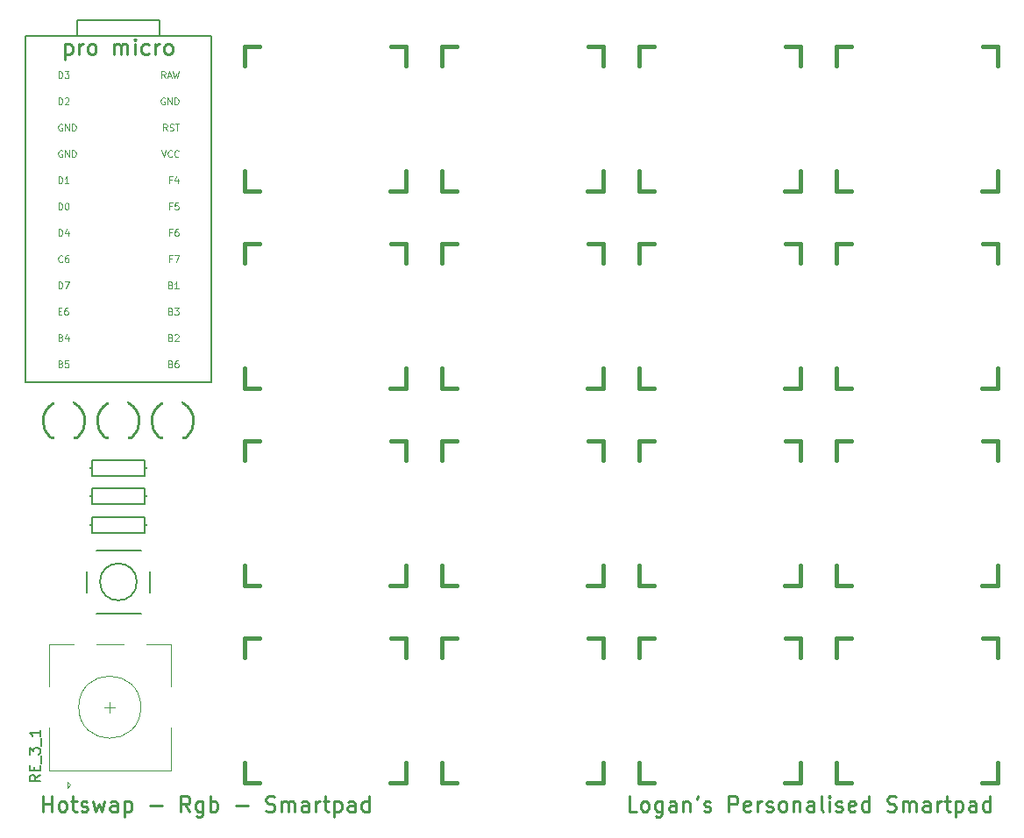
<source format=gto>
%TF.GenerationSoftware,KiCad,Pcbnew,8.0.4*%
%TF.CreationDate,2024-08-05T16:40:16-07:00*%
%TF.ProjectId,dumbpad.pcb,64756d62-7061-4642-9e70-63622e6b6963,rev?*%
%TF.SameCoordinates,Original*%
%TF.FileFunction,Legend,Top*%
%TF.FilePolarity,Positive*%
%FSLAX46Y46*%
G04 Gerber Fmt 4.6, Leading zero omitted, Abs format (unit mm)*
G04 Created by KiCad (PCBNEW 8.0.4) date 2024-08-05 16:40:16*
%MOMM*%
%LPD*%
G01*
G04 APERTURE LIST*
%ADD10C,0.152400*%
%ADD11C,0.112500*%
%ADD12C,0.262500*%
%ADD13C,0.150000*%
%ADD14C,0.203200*%
%ADD15C,0.120000*%
%ADD16C,0.254000*%
%ADD17C,0.381000*%
%ADD18C,2.006600*%
%ADD19C,2.100000*%
%ADD20R,2.000000X2.000000*%
%ADD21C,2.000000*%
%ADD22R,2.000000X3.200000*%
%ADD23C,1.700000*%
%ADD24C,4.100000*%
%ADD25C,3.600000*%
%ADD26C,1.477000*%
G04 APERTURE END LIST*
D10*
X119051100Y-68253600D02*
X119051100Y-101753600D01*
X106051100Y-66753600D02*
X114051100Y-66753600D01*
X106051100Y-68253600D02*
X106051100Y-66753600D01*
X114051100Y-66753600D02*
X114051100Y-68253600D01*
X114051100Y-68253600D02*
X119051100Y-68253600D01*
X101051100Y-68253600D02*
X106051100Y-68253600D01*
X101051100Y-101753600D02*
X101051100Y-68253600D01*
X119051100Y-101753600D02*
X101051100Y-101753600D01*
X106051100Y-68253600D02*
X114051100Y-68253600D01*
D11*
X104276898Y-87572670D02*
X104276898Y-86935170D01*
X104276898Y-86935170D02*
X104428684Y-86935170D01*
X104428684Y-86935170D02*
X104519755Y-86965527D01*
X104519755Y-86965527D02*
X104580470Y-87026241D01*
X104580470Y-87026241D02*
X104610827Y-87086955D01*
X104610827Y-87086955D02*
X104641184Y-87208384D01*
X104641184Y-87208384D02*
X104641184Y-87299455D01*
X104641184Y-87299455D02*
X104610827Y-87420884D01*
X104610827Y-87420884D02*
X104580470Y-87481598D01*
X104580470Y-87481598D02*
X104519755Y-87542313D01*
X104519755Y-87542313D02*
X104428684Y-87572670D01*
X104428684Y-87572670D02*
X104276898Y-87572670D01*
X105187613Y-87147670D02*
X105187613Y-87572670D01*
X105035827Y-86904813D02*
X104884041Y-87360170D01*
X104884041Y-87360170D02*
X105278684Y-87360170D01*
X115187800Y-89778741D02*
X114975300Y-89778741D01*
X114975300Y-90112670D02*
X114975300Y-89475170D01*
X114975300Y-89475170D02*
X115278872Y-89475170D01*
X115461015Y-89475170D02*
X115886015Y-89475170D01*
X115886015Y-89475170D02*
X115612801Y-90112670D01*
X104489398Y-99938741D02*
X104580470Y-99969098D01*
X104580470Y-99969098D02*
X104610827Y-99999455D01*
X104610827Y-99999455D02*
X104641184Y-100060170D01*
X104641184Y-100060170D02*
X104641184Y-100151241D01*
X104641184Y-100151241D02*
X104610827Y-100211955D01*
X104610827Y-100211955D02*
X104580470Y-100242313D01*
X104580470Y-100242313D02*
X104519755Y-100272670D01*
X104519755Y-100272670D02*
X104276898Y-100272670D01*
X104276898Y-100272670D02*
X104276898Y-99635170D01*
X104276898Y-99635170D02*
X104489398Y-99635170D01*
X104489398Y-99635170D02*
X104550113Y-99665527D01*
X104550113Y-99665527D02*
X104580470Y-99695884D01*
X104580470Y-99695884D02*
X104610827Y-99756598D01*
X104610827Y-99756598D02*
X104610827Y-99817313D01*
X104610827Y-99817313D02*
X104580470Y-99878027D01*
X104580470Y-99878027D02*
X104550113Y-99908384D01*
X104550113Y-99908384D02*
X104489398Y-99938741D01*
X104489398Y-99938741D02*
X104276898Y-99938741D01*
X105217970Y-99635170D02*
X104914398Y-99635170D01*
X104914398Y-99635170D02*
X104884041Y-99938741D01*
X104884041Y-99938741D02*
X104914398Y-99908384D01*
X104914398Y-99908384D02*
X104975113Y-99878027D01*
X104975113Y-99878027D02*
X105126898Y-99878027D01*
X105126898Y-99878027D02*
X105187613Y-99908384D01*
X105187613Y-99908384D02*
X105217970Y-99938741D01*
X105217970Y-99938741D02*
X105248327Y-99999455D01*
X105248327Y-99999455D02*
X105248327Y-100151241D01*
X105248327Y-100151241D02*
X105217970Y-100211955D01*
X105217970Y-100211955D02*
X105187613Y-100242313D01*
X105187613Y-100242313D02*
X105126898Y-100272670D01*
X105126898Y-100272670D02*
X104975113Y-100272670D01*
X104975113Y-100272670D02*
X104914398Y-100242313D01*
X104914398Y-100242313D02*
X104884041Y-100211955D01*
X104276898Y-92652670D02*
X104276898Y-92015170D01*
X104276898Y-92015170D02*
X104428684Y-92015170D01*
X104428684Y-92015170D02*
X104519755Y-92045527D01*
X104519755Y-92045527D02*
X104580470Y-92106241D01*
X104580470Y-92106241D02*
X104610827Y-92166955D01*
X104610827Y-92166955D02*
X104641184Y-92288384D01*
X104641184Y-92288384D02*
X104641184Y-92379455D01*
X104641184Y-92379455D02*
X104610827Y-92500884D01*
X104610827Y-92500884D02*
X104580470Y-92561598D01*
X104580470Y-92561598D02*
X104519755Y-92622313D01*
X104519755Y-92622313D02*
X104428684Y-92652670D01*
X104428684Y-92652670D02*
X104276898Y-92652670D01*
X104853684Y-92015170D02*
X105278684Y-92015170D01*
X105278684Y-92015170D02*
X105005470Y-92652670D01*
X115096729Y-92318741D02*
X115187801Y-92349098D01*
X115187801Y-92349098D02*
X115218158Y-92379455D01*
X115218158Y-92379455D02*
X115248515Y-92440170D01*
X115248515Y-92440170D02*
X115248515Y-92531241D01*
X115248515Y-92531241D02*
X115218158Y-92591955D01*
X115218158Y-92591955D02*
X115187801Y-92622313D01*
X115187801Y-92622313D02*
X115127086Y-92652670D01*
X115127086Y-92652670D02*
X114884229Y-92652670D01*
X114884229Y-92652670D02*
X114884229Y-92015170D01*
X114884229Y-92015170D02*
X115096729Y-92015170D01*
X115096729Y-92015170D02*
X115157444Y-92045527D01*
X115157444Y-92045527D02*
X115187801Y-92075884D01*
X115187801Y-92075884D02*
X115218158Y-92136598D01*
X115218158Y-92136598D02*
X115218158Y-92197313D01*
X115218158Y-92197313D02*
X115187801Y-92258027D01*
X115187801Y-92258027D02*
X115157444Y-92288384D01*
X115157444Y-92288384D02*
X115096729Y-92318741D01*
X115096729Y-92318741D02*
X114884229Y-92318741D01*
X115855658Y-92652670D02*
X115491372Y-92652670D01*
X115673515Y-92652670D02*
X115673515Y-92015170D01*
X115673515Y-92015170D02*
X115612801Y-92106241D01*
X115612801Y-92106241D02*
X115552086Y-92166955D01*
X115552086Y-92166955D02*
X115491372Y-92197313D01*
X115096729Y-97398741D02*
X115187801Y-97429098D01*
X115187801Y-97429098D02*
X115218158Y-97459455D01*
X115218158Y-97459455D02*
X115248515Y-97520170D01*
X115248515Y-97520170D02*
X115248515Y-97611241D01*
X115248515Y-97611241D02*
X115218158Y-97671955D01*
X115218158Y-97671955D02*
X115187801Y-97702313D01*
X115187801Y-97702313D02*
X115127086Y-97732670D01*
X115127086Y-97732670D02*
X114884229Y-97732670D01*
X114884229Y-97732670D02*
X114884229Y-97095170D01*
X114884229Y-97095170D02*
X115096729Y-97095170D01*
X115096729Y-97095170D02*
X115157444Y-97125527D01*
X115157444Y-97125527D02*
X115187801Y-97155884D01*
X115187801Y-97155884D02*
X115218158Y-97216598D01*
X115218158Y-97216598D02*
X115218158Y-97277313D01*
X115218158Y-97277313D02*
X115187801Y-97338027D01*
X115187801Y-97338027D02*
X115157444Y-97368384D01*
X115157444Y-97368384D02*
X115096729Y-97398741D01*
X115096729Y-97398741D02*
X114884229Y-97398741D01*
X115491372Y-97155884D02*
X115521729Y-97125527D01*
X115521729Y-97125527D02*
X115582444Y-97095170D01*
X115582444Y-97095170D02*
X115734229Y-97095170D01*
X115734229Y-97095170D02*
X115794944Y-97125527D01*
X115794944Y-97125527D02*
X115825301Y-97155884D01*
X115825301Y-97155884D02*
X115855658Y-97216598D01*
X115855658Y-97216598D02*
X115855658Y-97277313D01*
X115855658Y-97277313D02*
X115825301Y-97368384D01*
X115825301Y-97368384D02*
X115461015Y-97732670D01*
X115461015Y-97732670D02*
X115855658Y-97732670D01*
X104641184Y-90051955D02*
X104610827Y-90082313D01*
X104610827Y-90082313D02*
X104519755Y-90112670D01*
X104519755Y-90112670D02*
X104459041Y-90112670D01*
X104459041Y-90112670D02*
X104367970Y-90082313D01*
X104367970Y-90082313D02*
X104307255Y-90021598D01*
X104307255Y-90021598D02*
X104276898Y-89960884D01*
X104276898Y-89960884D02*
X104246541Y-89839455D01*
X104246541Y-89839455D02*
X104246541Y-89748384D01*
X104246541Y-89748384D02*
X104276898Y-89626955D01*
X104276898Y-89626955D02*
X104307255Y-89566241D01*
X104307255Y-89566241D02*
X104367970Y-89505527D01*
X104367970Y-89505527D02*
X104459041Y-89475170D01*
X104459041Y-89475170D02*
X104519755Y-89475170D01*
X104519755Y-89475170D02*
X104610827Y-89505527D01*
X104610827Y-89505527D02*
X104641184Y-89535884D01*
X105187613Y-89475170D02*
X105066184Y-89475170D01*
X105066184Y-89475170D02*
X105005470Y-89505527D01*
X105005470Y-89505527D02*
X104975113Y-89535884D01*
X104975113Y-89535884D02*
X104914398Y-89626955D01*
X104914398Y-89626955D02*
X104884041Y-89748384D01*
X104884041Y-89748384D02*
X104884041Y-89991241D01*
X104884041Y-89991241D02*
X104914398Y-90051955D01*
X104914398Y-90051955D02*
X104944755Y-90082313D01*
X104944755Y-90082313D02*
X105005470Y-90112670D01*
X105005470Y-90112670D02*
X105126898Y-90112670D01*
X105126898Y-90112670D02*
X105187613Y-90082313D01*
X105187613Y-90082313D02*
X105217970Y-90051955D01*
X105217970Y-90051955D02*
X105248327Y-89991241D01*
X105248327Y-89991241D02*
X105248327Y-89839455D01*
X105248327Y-89839455D02*
X105217970Y-89778741D01*
X105217970Y-89778741D02*
X105187613Y-89748384D01*
X105187613Y-89748384D02*
X105126898Y-89718027D01*
X105126898Y-89718027D02*
X105005470Y-89718027D01*
X105005470Y-89718027D02*
X104944755Y-89748384D01*
X104944755Y-89748384D02*
X104914398Y-89778741D01*
X104914398Y-89778741D02*
X104884041Y-89839455D01*
X104489398Y-97398741D02*
X104580470Y-97429098D01*
X104580470Y-97429098D02*
X104610827Y-97459455D01*
X104610827Y-97459455D02*
X104641184Y-97520170D01*
X104641184Y-97520170D02*
X104641184Y-97611241D01*
X104641184Y-97611241D02*
X104610827Y-97671955D01*
X104610827Y-97671955D02*
X104580470Y-97702313D01*
X104580470Y-97702313D02*
X104519755Y-97732670D01*
X104519755Y-97732670D02*
X104276898Y-97732670D01*
X104276898Y-97732670D02*
X104276898Y-97095170D01*
X104276898Y-97095170D02*
X104489398Y-97095170D01*
X104489398Y-97095170D02*
X104550113Y-97125527D01*
X104550113Y-97125527D02*
X104580470Y-97155884D01*
X104580470Y-97155884D02*
X104610827Y-97216598D01*
X104610827Y-97216598D02*
X104610827Y-97277313D01*
X104610827Y-97277313D02*
X104580470Y-97338027D01*
X104580470Y-97338027D02*
X104550113Y-97368384D01*
X104550113Y-97368384D02*
X104489398Y-97398741D01*
X104489398Y-97398741D02*
X104276898Y-97398741D01*
X105187613Y-97307670D02*
X105187613Y-97732670D01*
X105035827Y-97064813D02*
X104884041Y-97520170D01*
X104884041Y-97520170D02*
X105278684Y-97520170D01*
X104276898Y-72332670D02*
X104276898Y-71695170D01*
X104276898Y-71695170D02*
X104428684Y-71695170D01*
X104428684Y-71695170D02*
X104519755Y-71725527D01*
X104519755Y-71725527D02*
X104580470Y-71786241D01*
X104580470Y-71786241D02*
X104610827Y-71846955D01*
X104610827Y-71846955D02*
X104641184Y-71968384D01*
X104641184Y-71968384D02*
X104641184Y-72059455D01*
X104641184Y-72059455D02*
X104610827Y-72180884D01*
X104610827Y-72180884D02*
X104580470Y-72241598D01*
X104580470Y-72241598D02*
X104519755Y-72302313D01*
X104519755Y-72302313D02*
X104428684Y-72332670D01*
X104428684Y-72332670D02*
X104276898Y-72332670D01*
X104853684Y-71695170D02*
X105248327Y-71695170D01*
X105248327Y-71695170D02*
X105035827Y-71938027D01*
X105035827Y-71938027D02*
X105126898Y-71938027D01*
X105126898Y-71938027D02*
X105187613Y-71968384D01*
X105187613Y-71968384D02*
X105217970Y-71998741D01*
X105217970Y-71998741D02*
X105248327Y-72059455D01*
X105248327Y-72059455D02*
X105248327Y-72211241D01*
X105248327Y-72211241D02*
X105217970Y-72271955D01*
X105217970Y-72271955D02*
X105187613Y-72302313D01*
X105187613Y-72302313D02*
X105126898Y-72332670D01*
X105126898Y-72332670D02*
X104944755Y-72332670D01*
X104944755Y-72332670D02*
X104884041Y-72302313D01*
X104884041Y-72302313D02*
X104853684Y-72271955D01*
X114216372Y-79315170D02*
X114428872Y-79952670D01*
X114428872Y-79952670D02*
X114641372Y-79315170D01*
X115218158Y-79891955D02*
X115187801Y-79922313D01*
X115187801Y-79922313D02*
X115096729Y-79952670D01*
X115096729Y-79952670D02*
X115036015Y-79952670D01*
X115036015Y-79952670D02*
X114944944Y-79922313D01*
X114944944Y-79922313D02*
X114884229Y-79861598D01*
X114884229Y-79861598D02*
X114853872Y-79800884D01*
X114853872Y-79800884D02*
X114823515Y-79679455D01*
X114823515Y-79679455D02*
X114823515Y-79588384D01*
X114823515Y-79588384D02*
X114853872Y-79466955D01*
X114853872Y-79466955D02*
X114884229Y-79406241D01*
X114884229Y-79406241D02*
X114944944Y-79345527D01*
X114944944Y-79345527D02*
X115036015Y-79315170D01*
X115036015Y-79315170D02*
X115096729Y-79315170D01*
X115096729Y-79315170D02*
X115187801Y-79345527D01*
X115187801Y-79345527D02*
X115218158Y-79375884D01*
X115855658Y-79891955D02*
X115825301Y-79922313D01*
X115825301Y-79922313D02*
X115734229Y-79952670D01*
X115734229Y-79952670D02*
X115673515Y-79952670D01*
X115673515Y-79952670D02*
X115582444Y-79922313D01*
X115582444Y-79922313D02*
X115521729Y-79861598D01*
X115521729Y-79861598D02*
X115491372Y-79800884D01*
X115491372Y-79800884D02*
X115461015Y-79679455D01*
X115461015Y-79679455D02*
X115461015Y-79588384D01*
X115461015Y-79588384D02*
X115491372Y-79466955D01*
X115491372Y-79466955D02*
X115521729Y-79406241D01*
X115521729Y-79406241D02*
X115582444Y-79345527D01*
X115582444Y-79345527D02*
X115673515Y-79315170D01*
X115673515Y-79315170D02*
X115734229Y-79315170D01*
X115734229Y-79315170D02*
X115825301Y-79345527D01*
X115825301Y-79345527D02*
X115855658Y-79375884D01*
X104276898Y-94858741D02*
X104489398Y-94858741D01*
X104580470Y-95192670D02*
X104276898Y-95192670D01*
X104276898Y-95192670D02*
X104276898Y-94555170D01*
X104276898Y-94555170D02*
X104580470Y-94555170D01*
X105126899Y-94555170D02*
X105005470Y-94555170D01*
X105005470Y-94555170D02*
X104944756Y-94585527D01*
X104944756Y-94585527D02*
X104914399Y-94615884D01*
X104914399Y-94615884D02*
X104853684Y-94706955D01*
X104853684Y-94706955D02*
X104823327Y-94828384D01*
X104823327Y-94828384D02*
X104823327Y-95071241D01*
X104823327Y-95071241D02*
X104853684Y-95131955D01*
X104853684Y-95131955D02*
X104884041Y-95162313D01*
X104884041Y-95162313D02*
X104944756Y-95192670D01*
X104944756Y-95192670D02*
X105066184Y-95192670D01*
X105066184Y-95192670D02*
X105126899Y-95162313D01*
X105126899Y-95162313D02*
X105157256Y-95131955D01*
X105157256Y-95131955D02*
X105187613Y-95071241D01*
X105187613Y-95071241D02*
X105187613Y-94919455D01*
X105187613Y-94919455D02*
X105157256Y-94858741D01*
X105157256Y-94858741D02*
X105126899Y-94828384D01*
X105126899Y-94828384D02*
X105066184Y-94798027D01*
X105066184Y-94798027D02*
X104944756Y-94798027D01*
X104944756Y-94798027D02*
X104884041Y-94828384D01*
X104884041Y-94828384D02*
X104853684Y-94858741D01*
X104853684Y-94858741D02*
X104823327Y-94919455D01*
D12*
X104915684Y-69066241D02*
X104915684Y-70553741D01*
X104915684Y-69137075D02*
X105057351Y-69066241D01*
X105057351Y-69066241D02*
X105340684Y-69066241D01*
X105340684Y-69066241D02*
X105482351Y-69137075D01*
X105482351Y-69137075D02*
X105553184Y-69207908D01*
X105553184Y-69207908D02*
X105624018Y-69349575D01*
X105624018Y-69349575D02*
X105624018Y-69774575D01*
X105624018Y-69774575D02*
X105553184Y-69916241D01*
X105553184Y-69916241D02*
X105482351Y-69987075D01*
X105482351Y-69987075D02*
X105340684Y-70057908D01*
X105340684Y-70057908D02*
X105057351Y-70057908D01*
X105057351Y-70057908D02*
X104915684Y-69987075D01*
X106261517Y-70057908D02*
X106261517Y-69066241D01*
X106261517Y-69349575D02*
X106332351Y-69207908D01*
X106332351Y-69207908D02*
X106403184Y-69137075D01*
X106403184Y-69137075D02*
X106544851Y-69066241D01*
X106544851Y-69066241D02*
X106686517Y-69066241D01*
X107394850Y-70057908D02*
X107253184Y-69987075D01*
X107253184Y-69987075D02*
X107182350Y-69916241D01*
X107182350Y-69916241D02*
X107111517Y-69774575D01*
X107111517Y-69774575D02*
X107111517Y-69349575D01*
X107111517Y-69349575D02*
X107182350Y-69207908D01*
X107182350Y-69207908D02*
X107253184Y-69137075D01*
X107253184Y-69137075D02*
X107394850Y-69066241D01*
X107394850Y-69066241D02*
X107607350Y-69066241D01*
X107607350Y-69066241D02*
X107749017Y-69137075D01*
X107749017Y-69137075D02*
X107819850Y-69207908D01*
X107819850Y-69207908D02*
X107890684Y-69349575D01*
X107890684Y-69349575D02*
X107890684Y-69774575D01*
X107890684Y-69774575D02*
X107819850Y-69916241D01*
X107819850Y-69916241D02*
X107749017Y-69987075D01*
X107749017Y-69987075D02*
X107607350Y-70057908D01*
X107607350Y-70057908D02*
X107394850Y-70057908D01*
X109661516Y-70057908D02*
X109661516Y-69066241D01*
X109661516Y-69207908D02*
X109732350Y-69137075D01*
X109732350Y-69137075D02*
X109874016Y-69066241D01*
X109874016Y-69066241D02*
X110086516Y-69066241D01*
X110086516Y-69066241D02*
X110228183Y-69137075D01*
X110228183Y-69137075D02*
X110299016Y-69278741D01*
X110299016Y-69278741D02*
X110299016Y-70057908D01*
X110299016Y-69278741D02*
X110369850Y-69137075D01*
X110369850Y-69137075D02*
X110511516Y-69066241D01*
X110511516Y-69066241D02*
X110724016Y-69066241D01*
X110724016Y-69066241D02*
X110865683Y-69137075D01*
X110865683Y-69137075D02*
X110936516Y-69278741D01*
X110936516Y-69278741D02*
X110936516Y-70057908D01*
X111644849Y-70057908D02*
X111644849Y-69066241D01*
X111644849Y-68570408D02*
X111574016Y-68641241D01*
X111574016Y-68641241D02*
X111644849Y-68712075D01*
X111644849Y-68712075D02*
X111715683Y-68641241D01*
X111715683Y-68641241D02*
X111644849Y-68570408D01*
X111644849Y-68570408D02*
X111644849Y-68712075D01*
X112990682Y-69987075D02*
X112849016Y-70057908D01*
X112849016Y-70057908D02*
X112565682Y-70057908D01*
X112565682Y-70057908D02*
X112424016Y-69987075D01*
X112424016Y-69987075D02*
X112353182Y-69916241D01*
X112353182Y-69916241D02*
X112282349Y-69774575D01*
X112282349Y-69774575D02*
X112282349Y-69349575D01*
X112282349Y-69349575D02*
X112353182Y-69207908D01*
X112353182Y-69207908D02*
X112424016Y-69137075D01*
X112424016Y-69137075D02*
X112565682Y-69066241D01*
X112565682Y-69066241D02*
X112849016Y-69066241D01*
X112849016Y-69066241D02*
X112990682Y-69137075D01*
X113628182Y-70057908D02*
X113628182Y-69066241D01*
X113628182Y-69349575D02*
X113699016Y-69207908D01*
X113699016Y-69207908D02*
X113769849Y-69137075D01*
X113769849Y-69137075D02*
X113911516Y-69066241D01*
X113911516Y-69066241D02*
X114053182Y-69066241D01*
X114761515Y-70057908D02*
X114619849Y-69987075D01*
X114619849Y-69987075D02*
X114549015Y-69916241D01*
X114549015Y-69916241D02*
X114478182Y-69774575D01*
X114478182Y-69774575D02*
X114478182Y-69349575D01*
X114478182Y-69349575D02*
X114549015Y-69207908D01*
X114549015Y-69207908D02*
X114619849Y-69137075D01*
X114619849Y-69137075D02*
X114761515Y-69066241D01*
X114761515Y-69066241D02*
X114974015Y-69066241D01*
X114974015Y-69066241D02*
X115115682Y-69137075D01*
X115115682Y-69137075D02*
X115186515Y-69207908D01*
X115186515Y-69207908D02*
X115257349Y-69349575D01*
X115257349Y-69349575D02*
X115257349Y-69774575D01*
X115257349Y-69774575D02*
X115186515Y-69916241D01*
X115186515Y-69916241D02*
X115115682Y-69987075D01*
X115115682Y-69987075D02*
X114974015Y-70057908D01*
X114974015Y-70057908D02*
X114761515Y-70057908D01*
D11*
X114580658Y-72332670D02*
X114368158Y-72029098D01*
X114216372Y-72332670D02*
X114216372Y-71695170D01*
X114216372Y-71695170D02*
X114459229Y-71695170D01*
X114459229Y-71695170D02*
X114519944Y-71725527D01*
X114519944Y-71725527D02*
X114550301Y-71755884D01*
X114550301Y-71755884D02*
X114580658Y-71816598D01*
X114580658Y-71816598D02*
X114580658Y-71907670D01*
X114580658Y-71907670D02*
X114550301Y-71968384D01*
X114550301Y-71968384D02*
X114519944Y-71998741D01*
X114519944Y-71998741D02*
X114459229Y-72029098D01*
X114459229Y-72029098D02*
X114216372Y-72029098D01*
X114823515Y-72150527D02*
X115127087Y-72150527D01*
X114762801Y-72332670D02*
X114975301Y-71695170D01*
X114975301Y-71695170D02*
X115187801Y-72332670D01*
X115339587Y-71695170D02*
X115491373Y-72332670D01*
X115491373Y-72332670D02*
X115612801Y-71877313D01*
X115612801Y-71877313D02*
X115734230Y-72332670D01*
X115734230Y-72332670D02*
X115886016Y-71695170D01*
D12*
X102777963Y-143182908D02*
X102777963Y-141695408D01*
X102777963Y-142403741D02*
X103627963Y-142403741D01*
X103627963Y-143182908D02*
X103627963Y-141695408D01*
X104548796Y-143182908D02*
X104407130Y-143112075D01*
X104407130Y-143112075D02*
X104336296Y-143041241D01*
X104336296Y-143041241D02*
X104265463Y-142899575D01*
X104265463Y-142899575D02*
X104265463Y-142474575D01*
X104265463Y-142474575D02*
X104336296Y-142332908D01*
X104336296Y-142332908D02*
X104407130Y-142262075D01*
X104407130Y-142262075D02*
X104548796Y-142191241D01*
X104548796Y-142191241D02*
X104761296Y-142191241D01*
X104761296Y-142191241D02*
X104902963Y-142262075D01*
X104902963Y-142262075D02*
X104973796Y-142332908D01*
X104973796Y-142332908D02*
X105044630Y-142474575D01*
X105044630Y-142474575D02*
X105044630Y-142899575D01*
X105044630Y-142899575D02*
X104973796Y-143041241D01*
X104973796Y-143041241D02*
X104902963Y-143112075D01*
X104902963Y-143112075D02*
X104761296Y-143182908D01*
X104761296Y-143182908D02*
X104548796Y-143182908D01*
X105469629Y-142191241D02*
X106036296Y-142191241D01*
X105682129Y-141695408D02*
X105682129Y-142970408D01*
X105682129Y-142970408D02*
X105752963Y-143112075D01*
X105752963Y-143112075D02*
X105894629Y-143182908D01*
X105894629Y-143182908D02*
X106036296Y-143182908D01*
X106461296Y-143112075D02*
X106602963Y-143182908D01*
X106602963Y-143182908D02*
X106886296Y-143182908D01*
X106886296Y-143182908D02*
X107027963Y-143112075D01*
X107027963Y-143112075D02*
X107098796Y-142970408D01*
X107098796Y-142970408D02*
X107098796Y-142899575D01*
X107098796Y-142899575D02*
X107027963Y-142757908D01*
X107027963Y-142757908D02*
X106886296Y-142687075D01*
X106886296Y-142687075D02*
X106673796Y-142687075D01*
X106673796Y-142687075D02*
X106532129Y-142616241D01*
X106532129Y-142616241D02*
X106461296Y-142474575D01*
X106461296Y-142474575D02*
X106461296Y-142403741D01*
X106461296Y-142403741D02*
X106532129Y-142262075D01*
X106532129Y-142262075D02*
X106673796Y-142191241D01*
X106673796Y-142191241D02*
X106886296Y-142191241D01*
X106886296Y-142191241D02*
X107027963Y-142262075D01*
X107594630Y-142191241D02*
X107877963Y-143182908D01*
X107877963Y-143182908D02*
X108161296Y-142474575D01*
X108161296Y-142474575D02*
X108444630Y-143182908D01*
X108444630Y-143182908D02*
X108727963Y-142191241D01*
X109932129Y-143182908D02*
X109932129Y-142403741D01*
X109932129Y-142403741D02*
X109861296Y-142262075D01*
X109861296Y-142262075D02*
X109719629Y-142191241D01*
X109719629Y-142191241D02*
X109436296Y-142191241D01*
X109436296Y-142191241D02*
X109294629Y-142262075D01*
X109932129Y-143112075D02*
X109790463Y-143182908D01*
X109790463Y-143182908D02*
X109436296Y-143182908D01*
X109436296Y-143182908D02*
X109294629Y-143112075D01*
X109294629Y-143112075D02*
X109223796Y-142970408D01*
X109223796Y-142970408D02*
X109223796Y-142828741D01*
X109223796Y-142828741D02*
X109294629Y-142687075D01*
X109294629Y-142687075D02*
X109436296Y-142616241D01*
X109436296Y-142616241D02*
X109790463Y-142616241D01*
X109790463Y-142616241D02*
X109932129Y-142545408D01*
X110640462Y-142191241D02*
X110640462Y-143678741D01*
X110640462Y-142262075D02*
X110782129Y-142191241D01*
X110782129Y-142191241D02*
X111065462Y-142191241D01*
X111065462Y-142191241D02*
X111207129Y-142262075D01*
X111207129Y-142262075D02*
X111277962Y-142332908D01*
X111277962Y-142332908D02*
X111348796Y-142474575D01*
X111348796Y-142474575D02*
X111348796Y-142899575D01*
X111348796Y-142899575D02*
X111277962Y-143041241D01*
X111277962Y-143041241D02*
X111207129Y-143112075D01*
X111207129Y-143112075D02*
X111065462Y-143182908D01*
X111065462Y-143182908D02*
X110782129Y-143182908D01*
X110782129Y-143182908D02*
X110640462Y-143112075D01*
X113119628Y-142616241D02*
X114252962Y-142616241D01*
X116944628Y-143182908D02*
X116448795Y-142474575D01*
X116094628Y-143182908D02*
X116094628Y-141695408D01*
X116094628Y-141695408D02*
X116661295Y-141695408D01*
X116661295Y-141695408D02*
X116802962Y-141766241D01*
X116802962Y-141766241D02*
X116873795Y-141837075D01*
X116873795Y-141837075D02*
X116944628Y-141978741D01*
X116944628Y-141978741D02*
X116944628Y-142191241D01*
X116944628Y-142191241D02*
X116873795Y-142332908D01*
X116873795Y-142332908D02*
X116802962Y-142403741D01*
X116802962Y-142403741D02*
X116661295Y-142474575D01*
X116661295Y-142474575D02*
X116094628Y-142474575D01*
X118219628Y-142191241D02*
X118219628Y-143395408D01*
X118219628Y-143395408D02*
X118148795Y-143537075D01*
X118148795Y-143537075D02*
X118077962Y-143607908D01*
X118077962Y-143607908D02*
X117936295Y-143678741D01*
X117936295Y-143678741D02*
X117723795Y-143678741D01*
X117723795Y-143678741D02*
X117582128Y-143607908D01*
X118219628Y-143112075D02*
X118077962Y-143182908D01*
X118077962Y-143182908D02*
X117794628Y-143182908D01*
X117794628Y-143182908D02*
X117652962Y-143112075D01*
X117652962Y-143112075D02*
X117582128Y-143041241D01*
X117582128Y-143041241D02*
X117511295Y-142899575D01*
X117511295Y-142899575D02*
X117511295Y-142474575D01*
X117511295Y-142474575D02*
X117582128Y-142332908D01*
X117582128Y-142332908D02*
X117652962Y-142262075D01*
X117652962Y-142262075D02*
X117794628Y-142191241D01*
X117794628Y-142191241D02*
X118077962Y-142191241D01*
X118077962Y-142191241D02*
X118219628Y-142262075D01*
X118927961Y-143182908D02*
X118927961Y-141695408D01*
X118927961Y-142262075D02*
X119069628Y-142191241D01*
X119069628Y-142191241D02*
X119352961Y-142191241D01*
X119352961Y-142191241D02*
X119494628Y-142262075D01*
X119494628Y-142262075D02*
X119565461Y-142332908D01*
X119565461Y-142332908D02*
X119636295Y-142474575D01*
X119636295Y-142474575D02*
X119636295Y-142899575D01*
X119636295Y-142899575D02*
X119565461Y-143041241D01*
X119565461Y-143041241D02*
X119494628Y-143112075D01*
X119494628Y-143112075D02*
X119352961Y-143182908D01*
X119352961Y-143182908D02*
X119069628Y-143182908D01*
X119069628Y-143182908D02*
X118927961Y-143112075D01*
X121407127Y-142616241D02*
X122540461Y-142616241D01*
X124311294Y-143112075D02*
X124523794Y-143182908D01*
X124523794Y-143182908D02*
X124877961Y-143182908D01*
X124877961Y-143182908D02*
X125019627Y-143112075D01*
X125019627Y-143112075D02*
X125090461Y-143041241D01*
X125090461Y-143041241D02*
X125161294Y-142899575D01*
X125161294Y-142899575D02*
X125161294Y-142757908D01*
X125161294Y-142757908D02*
X125090461Y-142616241D01*
X125090461Y-142616241D02*
X125019627Y-142545408D01*
X125019627Y-142545408D02*
X124877961Y-142474575D01*
X124877961Y-142474575D02*
X124594627Y-142403741D01*
X124594627Y-142403741D02*
X124452961Y-142332908D01*
X124452961Y-142332908D02*
X124382127Y-142262075D01*
X124382127Y-142262075D02*
X124311294Y-142120408D01*
X124311294Y-142120408D02*
X124311294Y-141978741D01*
X124311294Y-141978741D02*
X124382127Y-141837075D01*
X124382127Y-141837075D02*
X124452961Y-141766241D01*
X124452961Y-141766241D02*
X124594627Y-141695408D01*
X124594627Y-141695408D02*
X124948794Y-141695408D01*
X124948794Y-141695408D02*
X125161294Y-141766241D01*
X125798794Y-143182908D02*
X125798794Y-142191241D01*
X125798794Y-142332908D02*
X125869628Y-142262075D01*
X125869628Y-142262075D02*
X126011294Y-142191241D01*
X126011294Y-142191241D02*
X126223794Y-142191241D01*
X126223794Y-142191241D02*
X126365461Y-142262075D01*
X126365461Y-142262075D02*
X126436294Y-142403741D01*
X126436294Y-142403741D02*
X126436294Y-143182908D01*
X126436294Y-142403741D02*
X126507128Y-142262075D01*
X126507128Y-142262075D02*
X126648794Y-142191241D01*
X126648794Y-142191241D02*
X126861294Y-142191241D01*
X126861294Y-142191241D02*
X127002961Y-142262075D01*
X127002961Y-142262075D02*
X127073794Y-142403741D01*
X127073794Y-142403741D02*
X127073794Y-143182908D01*
X128419627Y-143182908D02*
X128419627Y-142403741D01*
X128419627Y-142403741D02*
X128348794Y-142262075D01*
X128348794Y-142262075D02*
X128207127Y-142191241D01*
X128207127Y-142191241D02*
X127923794Y-142191241D01*
X127923794Y-142191241D02*
X127782127Y-142262075D01*
X128419627Y-143112075D02*
X128277961Y-143182908D01*
X128277961Y-143182908D02*
X127923794Y-143182908D01*
X127923794Y-143182908D02*
X127782127Y-143112075D01*
X127782127Y-143112075D02*
X127711294Y-142970408D01*
X127711294Y-142970408D02*
X127711294Y-142828741D01*
X127711294Y-142828741D02*
X127782127Y-142687075D01*
X127782127Y-142687075D02*
X127923794Y-142616241D01*
X127923794Y-142616241D02*
X128277961Y-142616241D01*
X128277961Y-142616241D02*
X128419627Y-142545408D01*
X129127960Y-143182908D02*
X129127960Y-142191241D01*
X129127960Y-142474575D02*
X129198794Y-142332908D01*
X129198794Y-142332908D02*
X129269627Y-142262075D01*
X129269627Y-142262075D02*
X129411294Y-142191241D01*
X129411294Y-142191241D02*
X129552960Y-142191241D01*
X129836293Y-142191241D02*
X130402960Y-142191241D01*
X130048793Y-141695408D02*
X130048793Y-142970408D01*
X130048793Y-142970408D02*
X130119627Y-143112075D01*
X130119627Y-143112075D02*
X130261293Y-143182908D01*
X130261293Y-143182908D02*
X130402960Y-143182908D01*
X130898793Y-142191241D02*
X130898793Y-143678741D01*
X130898793Y-142262075D02*
X131040460Y-142191241D01*
X131040460Y-142191241D02*
X131323793Y-142191241D01*
X131323793Y-142191241D02*
X131465460Y-142262075D01*
X131465460Y-142262075D02*
X131536293Y-142332908D01*
X131536293Y-142332908D02*
X131607127Y-142474575D01*
X131607127Y-142474575D02*
X131607127Y-142899575D01*
X131607127Y-142899575D02*
X131536293Y-143041241D01*
X131536293Y-143041241D02*
X131465460Y-143112075D01*
X131465460Y-143112075D02*
X131323793Y-143182908D01*
X131323793Y-143182908D02*
X131040460Y-143182908D01*
X131040460Y-143182908D02*
X130898793Y-143112075D01*
X132882126Y-143182908D02*
X132882126Y-142403741D01*
X132882126Y-142403741D02*
X132811293Y-142262075D01*
X132811293Y-142262075D02*
X132669626Y-142191241D01*
X132669626Y-142191241D02*
X132386293Y-142191241D01*
X132386293Y-142191241D02*
X132244626Y-142262075D01*
X132882126Y-143112075D02*
X132740460Y-143182908D01*
X132740460Y-143182908D02*
X132386293Y-143182908D01*
X132386293Y-143182908D02*
X132244626Y-143112075D01*
X132244626Y-143112075D02*
X132173793Y-142970408D01*
X132173793Y-142970408D02*
X132173793Y-142828741D01*
X132173793Y-142828741D02*
X132244626Y-142687075D01*
X132244626Y-142687075D02*
X132386293Y-142616241D01*
X132386293Y-142616241D02*
X132740460Y-142616241D01*
X132740460Y-142616241D02*
X132882126Y-142545408D01*
X134227959Y-143182908D02*
X134227959Y-141695408D01*
X134227959Y-143112075D02*
X134086293Y-143182908D01*
X134086293Y-143182908D02*
X133802959Y-143182908D01*
X133802959Y-143182908D02*
X133661293Y-143112075D01*
X133661293Y-143112075D02*
X133590459Y-143041241D01*
X133590459Y-143041241D02*
X133519626Y-142899575D01*
X133519626Y-142899575D02*
X133519626Y-142474575D01*
X133519626Y-142474575D02*
X133590459Y-142332908D01*
X133590459Y-142332908D02*
X133661293Y-142262075D01*
X133661293Y-142262075D02*
X133802959Y-142191241D01*
X133802959Y-142191241D02*
X134086293Y-142191241D01*
X134086293Y-142191241D02*
X134227959Y-142262075D01*
D11*
X104276898Y-85032670D02*
X104276898Y-84395170D01*
X104276898Y-84395170D02*
X104428684Y-84395170D01*
X104428684Y-84395170D02*
X104519755Y-84425527D01*
X104519755Y-84425527D02*
X104580470Y-84486241D01*
X104580470Y-84486241D02*
X104610827Y-84546955D01*
X104610827Y-84546955D02*
X104641184Y-84668384D01*
X104641184Y-84668384D02*
X104641184Y-84759455D01*
X104641184Y-84759455D02*
X104610827Y-84880884D01*
X104610827Y-84880884D02*
X104580470Y-84941598D01*
X104580470Y-84941598D02*
X104519755Y-85002313D01*
X104519755Y-85002313D02*
X104428684Y-85032670D01*
X104428684Y-85032670D02*
X104276898Y-85032670D01*
X105035827Y-84395170D02*
X105096541Y-84395170D01*
X105096541Y-84395170D02*
X105157255Y-84425527D01*
X105157255Y-84425527D02*
X105187613Y-84455884D01*
X105187613Y-84455884D02*
X105217970Y-84516598D01*
X105217970Y-84516598D02*
X105248327Y-84638027D01*
X105248327Y-84638027D02*
X105248327Y-84789813D01*
X105248327Y-84789813D02*
X105217970Y-84911241D01*
X105217970Y-84911241D02*
X105187613Y-84971955D01*
X105187613Y-84971955D02*
X105157255Y-85002313D01*
X105157255Y-85002313D02*
X105096541Y-85032670D01*
X105096541Y-85032670D02*
X105035827Y-85032670D01*
X105035827Y-85032670D02*
X104975113Y-85002313D01*
X104975113Y-85002313D02*
X104944755Y-84971955D01*
X104944755Y-84971955D02*
X104914398Y-84911241D01*
X104914398Y-84911241D02*
X104884041Y-84789813D01*
X104884041Y-84789813D02*
X104884041Y-84638027D01*
X104884041Y-84638027D02*
X104914398Y-84516598D01*
X104914398Y-84516598D02*
X104944755Y-84455884D01*
X104944755Y-84455884D02*
X104975113Y-84425527D01*
X104975113Y-84425527D02*
X105035827Y-84395170D01*
X115096729Y-99938741D02*
X115187801Y-99969098D01*
X115187801Y-99969098D02*
X115218158Y-99999455D01*
X115218158Y-99999455D02*
X115248515Y-100060170D01*
X115248515Y-100060170D02*
X115248515Y-100151241D01*
X115248515Y-100151241D02*
X115218158Y-100211955D01*
X115218158Y-100211955D02*
X115187801Y-100242313D01*
X115187801Y-100242313D02*
X115127086Y-100272670D01*
X115127086Y-100272670D02*
X114884229Y-100272670D01*
X114884229Y-100272670D02*
X114884229Y-99635170D01*
X114884229Y-99635170D02*
X115096729Y-99635170D01*
X115096729Y-99635170D02*
X115157444Y-99665527D01*
X115157444Y-99665527D02*
X115187801Y-99695884D01*
X115187801Y-99695884D02*
X115218158Y-99756598D01*
X115218158Y-99756598D02*
X115218158Y-99817313D01*
X115218158Y-99817313D02*
X115187801Y-99878027D01*
X115187801Y-99878027D02*
X115157444Y-99908384D01*
X115157444Y-99908384D02*
X115096729Y-99938741D01*
X115096729Y-99938741D02*
X114884229Y-99938741D01*
X115794944Y-99635170D02*
X115673515Y-99635170D01*
X115673515Y-99635170D02*
X115612801Y-99665527D01*
X115612801Y-99665527D02*
X115582444Y-99695884D01*
X115582444Y-99695884D02*
X115521729Y-99786955D01*
X115521729Y-99786955D02*
X115491372Y-99908384D01*
X115491372Y-99908384D02*
X115491372Y-100151241D01*
X115491372Y-100151241D02*
X115521729Y-100211955D01*
X115521729Y-100211955D02*
X115552086Y-100242313D01*
X115552086Y-100242313D02*
X115612801Y-100272670D01*
X115612801Y-100272670D02*
X115734229Y-100272670D01*
X115734229Y-100272670D02*
X115794944Y-100242313D01*
X115794944Y-100242313D02*
X115825301Y-100211955D01*
X115825301Y-100211955D02*
X115855658Y-100151241D01*
X115855658Y-100151241D02*
X115855658Y-99999455D01*
X115855658Y-99999455D02*
X115825301Y-99938741D01*
X115825301Y-99938741D02*
X115794944Y-99908384D01*
X115794944Y-99908384D02*
X115734229Y-99878027D01*
X115734229Y-99878027D02*
X115612801Y-99878027D01*
X115612801Y-99878027D02*
X115552086Y-99908384D01*
X115552086Y-99908384D02*
X115521729Y-99938741D01*
X115521729Y-99938741D02*
X115491372Y-99999455D01*
X104276898Y-74872670D02*
X104276898Y-74235170D01*
X104276898Y-74235170D02*
X104428684Y-74235170D01*
X104428684Y-74235170D02*
X104519755Y-74265527D01*
X104519755Y-74265527D02*
X104580470Y-74326241D01*
X104580470Y-74326241D02*
X104610827Y-74386955D01*
X104610827Y-74386955D02*
X104641184Y-74508384D01*
X104641184Y-74508384D02*
X104641184Y-74599455D01*
X104641184Y-74599455D02*
X104610827Y-74720884D01*
X104610827Y-74720884D02*
X104580470Y-74781598D01*
X104580470Y-74781598D02*
X104519755Y-74842313D01*
X104519755Y-74842313D02*
X104428684Y-74872670D01*
X104428684Y-74872670D02*
X104276898Y-74872670D01*
X104884041Y-74295884D02*
X104914398Y-74265527D01*
X104914398Y-74265527D02*
X104975113Y-74235170D01*
X104975113Y-74235170D02*
X105126898Y-74235170D01*
X105126898Y-74235170D02*
X105187613Y-74265527D01*
X105187613Y-74265527D02*
X105217970Y-74295884D01*
X105217970Y-74295884D02*
X105248327Y-74356598D01*
X105248327Y-74356598D02*
X105248327Y-74417313D01*
X105248327Y-74417313D02*
X105217970Y-74508384D01*
X105217970Y-74508384D02*
X104853684Y-74872670D01*
X104853684Y-74872670D02*
X105248327Y-74872670D01*
X115187800Y-84698741D02*
X114975300Y-84698741D01*
X114975300Y-85032670D02*
X114975300Y-84395170D01*
X114975300Y-84395170D02*
X115278872Y-84395170D01*
X115825301Y-84395170D02*
X115521729Y-84395170D01*
X115521729Y-84395170D02*
X115491372Y-84698741D01*
X115491372Y-84698741D02*
X115521729Y-84668384D01*
X115521729Y-84668384D02*
X115582444Y-84638027D01*
X115582444Y-84638027D02*
X115734229Y-84638027D01*
X115734229Y-84638027D02*
X115794944Y-84668384D01*
X115794944Y-84668384D02*
X115825301Y-84698741D01*
X115825301Y-84698741D02*
X115855658Y-84759455D01*
X115855658Y-84759455D02*
X115855658Y-84911241D01*
X115855658Y-84911241D02*
X115825301Y-84971955D01*
X115825301Y-84971955D02*
X115794944Y-85002313D01*
X115794944Y-85002313D02*
X115734229Y-85032670D01*
X115734229Y-85032670D02*
X115582444Y-85032670D01*
X115582444Y-85032670D02*
X115521729Y-85002313D01*
X115521729Y-85002313D02*
X115491372Y-84971955D01*
X114519944Y-74265527D02*
X114459230Y-74235170D01*
X114459230Y-74235170D02*
X114368158Y-74235170D01*
X114368158Y-74235170D02*
X114277087Y-74265527D01*
X114277087Y-74265527D02*
X114216372Y-74326241D01*
X114216372Y-74326241D02*
X114186015Y-74386955D01*
X114186015Y-74386955D02*
X114155658Y-74508384D01*
X114155658Y-74508384D02*
X114155658Y-74599455D01*
X114155658Y-74599455D02*
X114186015Y-74720884D01*
X114186015Y-74720884D02*
X114216372Y-74781598D01*
X114216372Y-74781598D02*
X114277087Y-74842313D01*
X114277087Y-74842313D02*
X114368158Y-74872670D01*
X114368158Y-74872670D02*
X114428872Y-74872670D01*
X114428872Y-74872670D02*
X114519944Y-74842313D01*
X114519944Y-74842313D02*
X114550301Y-74811955D01*
X114550301Y-74811955D02*
X114550301Y-74599455D01*
X114550301Y-74599455D02*
X114428872Y-74599455D01*
X114823515Y-74872670D02*
X114823515Y-74235170D01*
X114823515Y-74235170D02*
X115187801Y-74872670D01*
X115187801Y-74872670D02*
X115187801Y-74235170D01*
X115491372Y-74872670D02*
X115491372Y-74235170D01*
X115491372Y-74235170D02*
X115643158Y-74235170D01*
X115643158Y-74235170D02*
X115734229Y-74265527D01*
X115734229Y-74265527D02*
X115794944Y-74326241D01*
X115794944Y-74326241D02*
X115825301Y-74386955D01*
X115825301Y-74386955D02*
X115855658Y-74508384D01*
X115855658Y-74508384D02*
X115855658Y-74599455D01*
X115855658Y-74599455D02*
X115825301Y-74720884D01*
X115825301Y-74720884D02*
X115794944Y-74781598D01*
X115794944Y-74781598D02*
X115734229Y-74842313D01*
X115734229Y-74842313D02*
X115643158Y-74872670D01*
X115643158Y-74872670D02*
X115491372Y-74872670D01*
X114762801Y-77412670D02*
X114550301Y-77109098D01*
X114398515Y-77412670D02*
X114398515Y-76775170D01*
X114398515Y-76775170D02*
X114641372Y-76775170D01*
X114641372Y-76775170D02*
X114702087Y-76805527D01*
X114702087Y-76805527D02*
X114732444Y-76835884D01*
X114732444Y-76835884D02*
X114762801Y-76896598D01*
X114762801Y-76896598D02*
X114762801Y-76987670D01*
X114762801Y-76987670D02*
X114732444Y-77048384D01*
X114732444Y-77048384D02*
X114702087Y-77078741D01*
X114702087Y-77078741D02*
X114641372Y-77109098D01*
X114641372Y-77109098D02*
X114398515Y-77109098D01*
X115005658Y-77382313D02*
X115096730Y-77412670D01*
X115096730Y-77412670D02*
X115248515Y-77412670D01*
X115248515Y-77412670D02*
X115309230Y-77382313D01*
X115309230Y-77382313D02*
X115339587Y-77351955D01*
X115339587Y-77351955D02*
X115369944Y-77291241D01*
X115369944Y-77291241D02*
X115369944Y-77230527D01*
X115369944Y-77230527D02*
X115339587Y-77169813D01*
X115339587Y-77169813D02*
X115309230Y-77139455D01*
X115309230Y-77139455D02*
X115248515Y-77109098D01*
X115248515Y-77109098D02*
X115127087Y-77078741D01*
X115127087Y-77078741D02*
X115066372Y-77048384D01*
X115066372Y-77048384D02*
X115036015Y-77018027D01*
X115036015Y-77018027D02*
X115005658Y-76957313D01*
X115005658Y-76957313D02*
X115005658Y-76896598D01*
X115005658Y-76896598D02*
X115036015Y-76835884D01*
X115036015Y-76835884D02*
X115066372Y-76805527D01*
X115066372Y-76805527D02*
X115127087Y-76775170D01*
X115127087Y-76775170D02*
X115278872Y-76775170D01*
X115278872Y-76775170D02*
X115369944Y-76805527D01*
X115552087Y-76775170D02*
X115916373Y-76775170D01*
X115734230Y-77412670D02*
X115734230Y-76775170D01*
X115187800Y-87238741D02*
X114975300Y-87238741D01*
X114975300Y-87572670D02*
X114975300Y-86935170D01*
X114975300Y-86935170D02*
X115278872Y-86935170D01*
X115794944Y-86935170D02*
X115673515Y-86935170D01*
X115673515Y-86935170D02*
X115612801Y-86965527D01*
X115612801Y-86965527D02*
X115582444Y-86995884D01*
X115582444Y-86995884D02*
X115521729Y-87086955D01*
X115521729Y-87086955D02*
X115491372Y-87208384D01*
X115491372Y-87208384D02*
X115491372Y-87451241D01*
X115491372Y-87451241D02*
X115521729Y-87511955D01*
X115521729Y-87511955D02*
X115552086Y-87542313D01*
X115552086Y-87542313D02*
X115612801Y-87572670D01*
X115612801Y-87572670D02*
X115734229Y-87572670D01*
X115734229Y-87572670D02*
X115794944Y-87542313D01*
X115794944Y-87542313D02*
X115825301Y-87511955D01*
X115825301Y-87511955D02*
X115855658Y-87451241D01*
X115855658Y-87451241D02*
X115855658Y-87299455D01*
X115855658Y-87299455D02*
X115825301Y-87238741D01*
X115825301Y-87238741D02*
X115794944Y-87208384D01*
X115794944Y-87208384D02*
X115734229Y-87178027D01*
X115734229Y-87178027D02*
X115612801Y-87178027D01*
X115612801Y-87178027D02*
X115552086Y-87208384D01*
X115552086Y-87208384D02*
X115521729Y-87238741D01*
X115521729Y-87238741D02*
X115491372Y-87299455D01*
X104610827Y-76805527D02*
X104550113Y-76775170D01*
X104550113Y-76775170D02*
X104459041Y-76775170D01*
X104459041Y-76775170D02*
X104367970Y-76805527D01*
X104367970Y-76805527D02*
X104307255Y-76866241D01*
X104307255Y-76866241D02*
X104276898Y-76926955D01*
X104276898Y-76926955D02*
X104246541Y-77048384D01*
X104246541Y-77048384D02*
X104246541Y-77139455D01*
X104246541Y-77139455D02*
X104276898Y-77260884D01*
X104276898Y-77260884D02*
X104307255Y-77321598D01*
X104307255Y-77321598D02*
X104367970Y-77382313D01*
X104367970Y-77382313D02*
X104459041Y-77412670D01*
X104459041Y-77412670D02*
X104519755Y-77412670D01*
X104519755Y-77412670D02*
X104610827Y-77382313D01*
X104610827Y-77382313D02*
X104641184Y-77351955D01*
X104641184Y-77351955D02*
X104641184Y-77139455D01*
X104641184Y-77139455D02*
X104519755Y-77139455D01*
X104914398Y-77412670D02*
X104914398Y-76775170D01*
X104914398Y-76775170D02*
X105278684Y-77412670D01*
X105278684Y-77412670D02*
X105278684Y-76775170D01*
X105582255Y-77412670D02*
X105582255Y-76775170D01*
X105582255Y-76775170D02*
X105734041Y-76775170D01*
X105734041Y-76775170D02*
X105825112Y-76805527D01*
X105825112Y-76805527D02*
X105885827Y-76866241D01*
X105885827Y-76866241D02*
X105916184Y-76926955D01*
X105916184Y-76926955D02*
X105946541Y-77048384D01*
X105946541Y-77048384D02*
X105946541Y-77139455D01*
X105946541Y-77139455D02*
X105916184Y-77260884D01*
X105916184Y-77260884D02*
X105885827Y-77321598D01*
X105885827Y-77321598D02*
X105825112Y-77382313D01*
X105825112Y-77382313D02*
X105734041Y-77412670D01*
X105734041Y-77412670D02*
X105582255Y-77412670D01*
D12*
X160082574Y-143182908D02*
X159374240Y-143182908D01*
X159374240Y-143182908D02*
X159374240Y-141695408D01*
X160790907Y-143182908D02*
X160649241Y-143112075D01*
X160649241Y-143112075D02*
X160578407Y-143041241D01*
X160578407Y-143041241D02*
X160507574Y-142899575D01*
X160507574Y-142899575D02*
X160507574Y-142474575D01*
X160507574Y-142474575D02*
X160578407Y-142332908D01*
X160578407Y-142332908D02*
X160649241Y-142262075D01*
X160649241Y-142262075D02*
X160790907Y-142191241D01*
X160790907Y-142191241D02*
X161003407Y-142191241D01*
X161003407Y-142191241D02*
X161145074Y-142262075D01*
X161145074Y-142262075D02*
X161215907Y-142332908D01*
X161215907Y-142332908D02*
X161286741Y-142474575D01*
X161286741Y-142474575D02*
X161286741Y-142899575D01*
X161286741Y-142899575D02*
X161215907Y-143041241D01*
X161215907Y-143041241D02*
X161145074Y-143112075D01*
X161145074Y-143112075D02*
X161003407Y-143182908D01*
X161003407Y-143182908D02*
X160790907Y-143182908D01*
X162561740Y-142191241D02*
X162561740Y-143395408D01*
X162561740Y-143395408D02*
X162490907Y-143537075D01*
X162490907Y-143537075D02*
X162420074Y-143607908D01*
X162420074Y-143607908D02*
X162278407Y-143678741D01*
X162278407Y-143678741D02*
X162065907Y-143678741D01*
X162065907Y-143678741D02*
X161924240Y-143607908D01*
X162561740Y-143112075D02*
X162420074Y-143182908D01*
X162420074Y-143182908D02*
X162136740Y-143182908D01*
X162136740Y-143182908D02*
X161995074Y-143112075D01*
X161995074Y-143112075D02*
X161924240Y-143041241D01*
X161924240Y-143041241D02*
X161853407Y-142899575D01*
X161853407Y-142899575D02*
X161853407Y-142474575D01*
X161853407Y-142474575D02*
X161924240Y-142332908D01*
X161924240Y-142332908D02*
X161995074Y-142262075D01*
X161995074Y-142262075D02*
X162136740Y-142191241D01*
X162136740Y-142191241D02*
X162420074Y-142191241D01*
X162420074Y-142191241D02*
X162561740Y-142262075D01*
X163907573Y-143182908D02*
X163907573Y-142403741D01*
X163907573Y-142403741D02*
X163836740Y-142262075D01*
X163836740Y-142262075D02*
X163695073Y-142191241D01*
X163695073Y-142191241D02*
X163411740Y-142191241D01*
X163411740Y-142191241D02*
X163270073Y-142262075D01*
X163907573Y-143112075D02*
X163765907Y-143182908D01*
X163765907Y-143182908D02*
X163411740Y-143182908D01*
X163411740Y-143182908D02*
X163270073Y-143112075D01*
X163270073Y-143112075D02*
X163199240Y-142970408D01*
X163199240Y-142970408D02*
X163199240Y-142828741D01*
X163199240Y-142828741D02*
X163270073Y-142687075D01*
X163270073Y-142687075D02*
X163411740Y-142616241D01*
X163411740Y-142616241D02*
X163765907Y-142616241D01*
X163765907Y-142616241D02*
X163907573Y-142545408D01*
X164615906Y-142191241D02*
X164615906Y-143182908D01*
X164615906Y-142332908D02*
X164686740Y-142262075D01*
X164686740Y-142262075D02*
X164828406Y-142191241D01*
X164828406Y-142191241D02*
X165040906Y-142191241D01*
X165040906Y-142191241D02*
X165182573Y-142262075D01*
X165182573Y-142262075D02*
X165253406Y-142403741D01*
X165253406Y-142403741D02*
X165253406Y-143182908D01*
X166032573Y-141695408D02*
X165890906Y-141978741D01*
X166599239Y-143112075D02*
X166740906Y-143182908D01*
X166740906Y-143182908D02*
X167024239Y-143182908D01*
X167024239Y-143182908D02*
X167165906Y-143112075D01*
X167165906Y-143112075D02*
X167236739Y-142970408D01*
X167236739Y-142970408D02*
X167236739Y-142899575D01*
X167236739Y-142899575D02*
X167165906Y-142757908D01*
X167165906Y-142757908D02*
X167024239Y-142687075D01*
X167024239Y-142687075D02*
X166811739Y-142687075D01*
X166811739Y-142687075D02*
X166670072Y-142616241D01*
X166670072Y-142616241D02*
X166599239Y-142474575D01*
X166599239Y-142474575D02*
X166599239Y-142403741D01*
X166599239Y-142403741D02*
X166670072Y-142262075D01*
X166670072Y-142262075D02*
X166811739Y-142191241D01*
X166811739Y-142191241D02*
X167024239Y-142191241D01*
X167024239Y-142191241D02*
X167165906Y-142262075D01*
X169007572Y-143182908D02*
X169007572Y-141695408D01*
X169007572Y-141695408D02*
X169574239Y-141695408D01*
X169574239Y-141695408D02*
X169715906Y-141766241D01*
X169715906Y-141766241D02*
X169786739Y-141837075D01*
X169786739Y-141837075D02*
X169857572Y-141978741D01*
X169857572Y-141978741D02*
X169857572Y-142191241D01*
X169857572Y-142191241D02*
X169786739Y-142332908D01*
X169786739Y-142332908D02*
X169715906Y-142403741D01*
X169715906Y-142403741D02*
X169574239Y-142474575D01*
X169574239Y-142474575D02*
X169007572Y-142474575D01*
X171061739Y-143112075D02*
X170920072Y-143182908D01*
X170920072Y-143182908D02*
X170636739Y-143182908D01*
X170636739Y-143182908D02*
X170495072Y-143112075D01*
X170495072Y-143112075D02*
X170424239Y-142970408D01*
X170424239Y-142970408D02*
X170424239Y-142403741D01*
X170424239Y-142403741D02*
X170495072Y-142262075D01*
X170495072Y-142262075D02*
X170636739Y-142191241D01*
X170636739Y-142191241D02*
X170920072Y-142191241D01*
X170920072Y-142191241D02*
X171061739Y-142262075D01*
X171061739Y-142262075D02*
X171132572Y-142403741D01*
X171132572Y-142403741D02*
X171132572Y-142545408D01*
X171132572Y-142545408D02*
X170424239Y-142687075D01*
X171770072Y-143182908D02*
X171770072Y-142191241D01*
X171770072Y-142474575D02*
X171840906Y-142332908D01*
X171840906Y-142332908D02*
X171911739Y-142262075D01*
X171911739Y-142262075D02*
X172053406Y-142191241D01*
X172053406Y-142191241D02*
X172195072Y-142191241D01*
X172620072Y-143112075D02*
X172761739Y-143182908D01*
X172761739Y-143182908D02*
X173045072Y-143182908D01*
X173045072Y-143182908D02*
X173186739Y-143112075D01*
X173186739Y-143112075D02*
X173257572Y-142970408D01*
X173257572Y-142970408D02*
X173257572Y-142899575D01*
X173257572Y-142899575D02*
X173186739Y-142757908D01*
X173186739Y-142757908D02*
X173045072Y-142687075D01*
X173045072Y-142687075D02*
X172832572Y-142687075D01*
X172832572Y-142687075D02*
X172690905Y-142616241D01*
X172690905Y-142616241D02*
X172620072Y-142474575D01*
X172620072Y-142474575D02*
X172620072Y-142403741D01*
X172620072Y-142403741D02*
X172690905Y-142262075D01*
X172690905Y-142262075D02*
X172832572Y-142191241D01*
X172832572Y-142191241D02*
X173045072Y-142191241D01*
X173045072Y-142191241D02*
X173186739Y-142262075D01*
X174107572Y-143182908D02*
X173965906Y-143112075D01*
X173965906Y-143112075D02*
X173895072Y-143041241D01*
X173895072Y-143041241D02*
X173824239Y-142899575D01*
X173824239Y-142899575D02*
X173824239Y-142474575D01*
X173824239Y-142474575D02*
X173895072Y-142332908D01*
X173895072Y-142332908D02*
X173965906Y-142262075D01*
X173965906Y-142262075D02*
X174107572Y-142191241D01*
X174107572Y-142191241D02*
X174320072Y-142191241D01*
X174320072Y-142191241D02*
X174461739Y-142262075D01*
X174461739Y-142262075D02*
X174532572Y-142332908D01*
X174532572Y-142332908D02*
X174603406Y-142474575D01*
X174603406Y-142474575D02*
X174603406Y-142899575D01*
X174603406Y-142899575D02*
X174532572Y-143041241D01*
X174532572Y-143041241D02*
X174461739Y-143112075D01*
X174461739Y-143112075D02*
X174320072Y-143182908D01*
X174320072Y-143182908D02*
X174107572Y-143182908D01*
X175240905Y-142191241D02*
X175240905Y-143182908D01*
X175240905Y-142332908D02*
X175311739Y-142262075D01*
X175311739Y-142262075D02*
X175453405Y-142191241D01*
X175453405Y-142191241D02*
X175665905Y-142191241D01*
X175665905Y-142191241D02*
X175807572Y-142262075D01*
X175807572Y-142262075D02*
X175878405Y-142403741D01*
X175878405Y-142403741D02*
X175878405Y-143182908D01*
X177224238Y-143182908D02*
X177224238Y-142403741D01*
X177224238Y-142403741D02*
X177153405Y-142262075D01*
X177153405Y-142262075D02*
X177011738Y-142191241D01*
X177011738Y-142191241D02*
X176728405Y-142191241D01*
X176728405Y-142191241D02*
X176586738Y-142262075D01*
X177224238Y-143112075D02*
X177082572Y-143182908D01*
X177082572Y-143182908D02*
X176728405Y-143182908D01*
X176728405Y-143182908D02*
X176586738Y-143112075D01*
X176586738Y-143112075D02*
X176515905Y-142970408D01*
X176515905Y-142970408D02*
X176515905Y-142828741D01*
X176515905Y-142828741D02*
X176586738Y-142687075D01*
X176586738Y-142687075D02*
X176728405Y-142616241D01*
X176728405Y-142616241D02*
X177082572Y-142616241D01*
X177082572Y-142616241D02*
X177224238Y-142545408D01*
X178145071Y-143182908D02*
X178003405Y-143112075D01*
X178003405Y-143112075D02*
X177932571Y-142970408D01*
X177932571Y-142970408D02*
X177932571Y-141695408D01*
X178711738Y-143182908D02*
X178711738Y-142191241D01*
X178711738Y-141695408D02*
X178640905Y-141766241D01*
X178640905Y-141766241D02*
X178711738Y-141837075D01*
X178711738Y-141837075D02*
X178782572Y-141766241D01*
X178782572Y-141766241D02*
X178711738Y-141695408D01*
X178711738Y-141695408D02*
X178711738Y-141837075D01*
X179349238Y-143112075D02*
X179490905Y-143182908D01*
X179490905Y-143182908D02*
X179774238Y-143182908D01*
X179774238Y-143182908D02*
X179915905Y-143112075D01*
X179915905Y-143112075D02*
X179986738Y-142970408D01*
X179986738Y-142970408D02*
X179986738Y-142899575D01*
X179986738Y-142899575D02*
X179915905Y-142757908D01*
X179915905Y-142757908D02*
X179774238Y-142687075D01*
X179774238Y-142687075D02*
X179561738Y-142687075D01*
X179561738Y-142687075D02*
X179420071Y-142616241D01*
X179420071Y-142616241D02*
X179349238Y-142474575D01*
X179349238Y-142474575D02*
X179349238Y-142403741D01*
X179349238Y-142403741D02*
X179420071Y-142262075D01*
X179420071Y-142262075D02*
X179561738Y-142191241D01*
X179561738Y-142191241D02*
X179774238Y-142191241D01*
X179774238Y-142191241D02*
X179915905Y-142262075D01*
X181190905Y-143112075D02*
X181049238Y-143182908D01*
X181049238Y-143182908D02*
X180765905Y-143182908D01*
X180765905Y-143182908D02*
X180624238Y-143112075D01*
X180624238Y-143112075D02*
X180553405Y-142970408D01*
X180553405Y-142970408D02*
X180553405Y-142403741D01*
X180553405Y-142403741D02*
X180624238Y-142262075D01*
X180624238Y-142262075D02*
X180765905Y-142191241D01*
X180765905Y-142191241D02*
X181049238Y-142191241D01*
X181049238Y-142191241D02*
X181190905Y-142262075D01*
X181190905Y-142262075D02*
X181261738Y-142403741D01*
X181261738Y-142403741D02*
X181261738Y-142545408D01*
X181261738Y-142545408D02*
X180553405Y-142687075D01*
X182536738Y-143182908D02*
X182536738Y-141695408D01*
X182536738Y-143112075D02*
X182395072Y-143182908D01*
X182395072Y-143182908D02*
X182111738Y-143182908D01*
X182111738Y-143182908D02*
X181970072Y-143112075D01*
X181970072Y-143112075D02*
X181899238Y-143041241D01*
X181899238Y-143041241D02*
X181828405Y-142899575D01*
X181828405Y-142899575D02*
X181828405Y-142474575D01*
X181828405Y-142474575D02*
X181899238Y-142332908D01*
X181899238Y-142332908D02*
X181970072Y-142262075D01*
X181970072Y-142262075D02*
X182111738Y-142191241D01*
X182111738Y-142191241D02*
X182395072Y-142191241D01*
X182395072Y-142191241D02*
X182536738Y-142262075D01*
X184307571Y-143112075D02*
X184520071Y-143182908D01*
X184520071Y-143182908D02*
X184874238Y-143182908D01*
X184874238Y-143182908D02*
X185015904Y-143112075D01*
X185015904Y-143112075D02*
X185086738Y-143041241D01*
X185086738Y-143041241D02*
X185157571Y-142899575D01*
X185157571Y-142899575D02*
X185157571Y-142757908D01*
X185157571Y-142757908D02*
X185086738Y-142616241D01*
X185086738Y-142616241D02*
X185015904Y-142545408D01*
X185015904Y-142545408D02*
X184874238Y-142474575D01*
X184874238Y-142474575D02*
X184590904Y-142403741D01*
X184590904Y-142403741D02*
X184449238Y-142332908D01*
X184449238Y-142332908D02*
X184378404Y-142262075D01*
X184378404Y-142262075D02*
X184307571Y-142120408D01*
X184307571Y-142120408D02*
X184307571Y-141978741D01*
X184307571Y-141978741D02*
X184378404Y-141837075D01*
X184378404Y-141837075D02*
X184449238Y-141766241D01*
X184449238Y-141766241D02*
X184590904Y-141695408D01*
X184590904Y-141695408D02*
X184945071Y-141695408D01*
X184945071Y-141695408D02*
X185157571Y-141766241D01*
X185795071Y-143182908D02*
X185795071Y-142191241D01*
X185795071Y-142332908D02*
X185865905Y-142262075D01*
X185865905Y-142262075D02*
X186007571Y-142191241D01*
X186007571Y-142191241D02*
X186220071Y-142191241D01*
X186220071Y-142191241D02*
X186361738Y-142262075D01*
X186361738Y-142262075D02*
X186432571Y-142403741D01*
X186432571Y-142403741D02*
X186432571Y-143182908D01*
X186432571Y-142403741D02*
X186503405Y-142262075D01*
X186503405Y-142262075D02*
X186645071Y-142191241D01*
X186645071Y-142191241D02*
X186857571Y-142191241D01*
X186857571Y-142191241D02*
X186999238Y-142262075D01*
X186999238Y-142262075D02*
X187070071Y-142403741D01*
X187070071Y-142403741D02*
X187070071Y-143182908D01*
X188415904Y-143182908D02*
X188415904Y-142403741D01*
X188415904Y-142403741D02*
X188345071Y-142262075D01*
X188345071Y-142262075D02*
X188203404Y-142191241D01*
X188203404Y-142191241D02*
X187920071Y-142191241D01*
X187920071Y-142191241D02*
X187778404Y-142262075D01*
X188415904Y-143112075D02*
X188274238Y-143182908D01*
X188274238Y-143182908D02*
X187920071Y-143182908D01*
X187920071Y-143182908D02*
X187778404Y-143112075D01*
X187778404Y-143112075D02*
X187707571Y-142970408D01*
X187707571Y-142970408D02*
X187707571Y-142828741D01*
X187707571Y-142828741D02*
X187778404Y-142687075D01*
X187778404Y-142687075D02*
X187920071Y-142616241D01*
X187920071Y-142616241D02*
X188274238Y-142616241D01*
X188274238Y-142616241D02*
X188415904Y-142545408D01*
X189124237Y-143182908D02*
X189124237Y-142191241D01*
X189124237Y-142474575D02*
X189195071Y-142332908D01*
X189195071Y-142332908D02*
X189265904Y-142262075D01*
X189265904Y-142262075D02*
X189407571Y-142191241D01*
X189407571Y-142191241D02*
X189549237Y-142191241D01*
X189832570Y-142191241D02*
X190399237Y-142191241D01*
X190045070Y-141695408D02*
X190045070Y-142970408D01*
X190045070Y-142970408D02*
X190115904Y-143112075D01*
X190115904Y-143112075D02*
X190257570Y-143182908D01*
X190257570Y-143182908D02*
X190399237Y-143182908D01*
X190895070Y-142191241D02*
X190895070Y-143678741D01*
X190895070Y-142262075D02*
X191036737Y-142191241D01*
X191036737Y-142191241D02*
X191320070Y-142191241D01*
X191320070Y-142191241D02*
X191461737Y-142262075D01*
X191461737Y-142262075D02*
X191532570Y-142332908D01*
X191532570Y-142332908D02*
X191603404Y-142474575D01*
X191603404Y-142474575D02*
X191603404Y-142899575D01*
X191603404Y-142899575D02*
X191532570Y-143041241D01*
X191532570Y-143041241D02*
X191461737Y-143112075D01*
X191461737Y-143112075D02*
X191320070Y-143182908D01*
X191320070Y-143182908D02*
X191036737Y-143182908D01*
X191036737Y-143182908D02*
X190895070Y-143112075D01*
X192878403Y-143182908D02*
X192878403Y-142403741D01*
X192878403Y-142403741D02*
X192807570Y-142262075D01*
X192807570Y-142262075D02*
X192665903Y-142191241D01*
X192665903Y-142191241D02*
X192382570Y-142191241D01*
X192382570Y-142191241D02*
X192240903Y-142262075D01*
X192878403Y-143112075D02*
X192736737Y-143182908D01*
X192736737Y-143182908D02*
X192382570Y-143182908D01*
X192382570Y-143182908D02*
X192240903Y-143112075D01*
X192240903Y-143112075D02*
X192170070Y-142970408D01*
X192170070Y-142970408D02*
X192170070Y-142828741D01*
X192170070Y-142828741D02*
X192240903Y-142687075D01*
X192240903Y-142687075D02*
X192382570Y-142616241D01*
X192382570Y-142616241D02*
X192736737Y-142616241D01*
X192736737Y-142616241D02*
X192878403Y-142545408D01*
X194224236Y-143182908D02*
X194224236Y-141695408D01*
X194224236Y-143112075D02*
X194082570Y-143182908D01*
X194082570Y-143182908D02*
X193799236Y-143182908D01*
X193799236Y-143182908D02*
X193657570Y-143112075D01*
X193657570Y-143112075D02*
X193586736Y-143041241D01*
X193586736Y-143041241D02*
X193515903Y-142899575D01*
X193515903Y-142899575D02*
X193515903Y-142474575D01*
X193515903Y-142474575D02*
X193586736Y-142332908D01*
X193586736Y-142332908D02*
X193657570Y-142262075D01*
X193657570Y-142262075D02*
X193799236Y-142191241D01*
X193799236Y-142191241D02*
X194082570Y-142191241D01*
X194082570Y-142191241D02*
X194224236Y-142262075D01*
D11*
X115096729Y-94858741D02*
X115187801Y-94889098D01*
X115187801Y-94889098D02*
X115218158Y-94919455D01*
X115218158Y-94919455D02*
X115248515Y-94980170D01*
X115248515Y-94980170D02*
X115248515Y-95071241D01*
X115248515Y-95071241D02*
X115218158Y-95131955D01*
X115218158Y-95131955D02*
X115187801Y-95162313D01*
X115187801Y-95162313D02*
X115127086Y-95192670D01*
X115127086Y-95192670D02*
X114884229Y-95192670D01*
X114884229Y-95192670D02*
X114884229Y-94555170D01*
X114884229Y-94555170D02*
X115096729Y-94555170D01*
X115096729Y-94555170D02*
X115157444Y-94585527D01*
X115157444Y-94585527D02*
X115187801Y-94615884D01*
X115187801Y-94615884D02*
X115218158Y-94676598D01*
X115218158Y-94676598D02*
X115218158Y-94737313D01*
X115218158Y-94737313D02*
X115187801Y-94798027D01*
X115187801Y-94798027D02*
X115157444Y-94828384D01*
X115157444Y-94828384D02*
X115096729Y-94858741D01*
X115096729Y-94858741D02*
X114884229Y-94858741D01*
X115461015Y-94555170D02*
X115855658Y-94555170D01*
X115855658Y-94555170D02*
X115643158Y-94798027D01*
X115643158Y-94798027D02*
X115734229Y-94798027D01*
X115734229Y-94798027D02*
X115794944Y-94828384D01*
X115794944Y-94828384D02*
X115825301Y-94858741D01*
X115825301Y-94858741D02*
X115855658Y-94919455D01*
X115855658Y-94919455D02*
X115855658Y-95071241D01*
X115855658Y-95071241D02*
X115825301Y-95131955D01*
X115825301Y-95131955D02*
X115794944Y-95162313D01*
X115794944Y-95162313D02*
X115734229Y-95192670D01*
X115734229Y-95192670D02*
X115552086Y-95192670D01*
X115552086Y-95192670D02*
X115491372Y-95162313D01*
X115491372Y-95162313D02*
X115461015Y-95131955D01*
X104276898Y-82492670D02*
X104276898Y-81855170D01*
X104276898Y-81855170D02*
X104428684Y-81855170D01*
X104428684Y-81855170D02*
X104519755Y-81885527D01*
X104519755Y-81885527D02*
X104580470Y-81946241D01*
X104580470Y-81946241D02*
X104610827Y-82006955D01*
X104610827Y-82006955D02*
X104641184Y-82128384D01*
X104641184Y-82128384D02*
X104641184Y-82219455D01*
X104641184Y-82219455D02*
X104610827Y-82340884D01*
X104610827Y-82340884D02*
X104580470Y-82401598D01*
X104580470Y-82401598D02*
X104519755Y-82462313D01*
X104519755Y-82462313D02*
X104428684Y-82492670D01*
X104428684Y-82492670D02*
X104276898Y-82492670D01*
X105248327Y-82492670D02*
X104884041Y-82492670D01*
X105066184Y-82492670D02*
X105066184Y-81855170D01*
X105066184Y-81855170D02*
X105005470Y-81946241D01*
X105005470Y-81946241D02*
X104944755Y-82006955D01*
X104944755Y-82006955D02*
X104884041Y-82037313D01*
X115187800Y-82158741D02*
X114975300Y-82158741D01*
X114975300Y-82492670D02*
X114975300Y-81855170D01*
X114975300Y-81855170D02*
X115278872Y-81855170D01*
X115794944Y-82067670D02*
X115794944Y-82492670D01*
X115643158Y-81824813D02*
X115491372Y-82280170D01*
X115491372Y-82280170D02*
X115886015Y-82280170D01*
X104610827Y-79345527D02*
X104550113Y-79315170D01*
X104550113Y-79315170D02*
X104459041Y-79315170D01*
X104459041Y-79315170D02*
X104367970Y-79345527D01*
X104367970Y-79345527D02*
X104307255Y-79406241D01*
X104307255Y-79406241D02*
X104276898Y-79466955D01*
X104276898Y-79466955D02*
X104246541Y-79588384D01*
X104246541Y-79588384D02*
X104246541Y-79679455D01*
X104246541Y-79679455D02*
X104276898Y-79800884D01*
X104276898Y-79800884D02*
X104307255Y-79861598D01*
X104307255Y-79861598D02*
X104367970Y-79922313D01*
X104367970Y-79922313D02*
X104459041Y-79952670D01*
X104459041Y-79952670D02*
X104519755Y-79952670D01*
X104519755Y-79952670D02*
X104610827Y-79922313D01*
X104610827Y-79922313D02*
X104641184Y-79891955D01*
X104641184Y-79891955D02*
X104641184Y-79679455D01*
X104641184Y-79679455D02*
X104519755Y-79679455D01*
X104914398Y-79952670D02*
X104914398Y-79315170D01*
X104914398Y-79315170D02*
X105278684Y-79952670D01*
X105278684Y-79952670D02*
X105278684Y-79315170D01*
X105582255Y-79952670D02*
X105582255Y-79315170D01*
X105582255Y-79315170D02*
X105734041Y-79315170D01*
X105734041Y-79315170D02*
X105825112Y-79345527D01*
X105825112Y-79345527D02*
X105885827Y-79406241D01*
X105885827Y-79406241D02*
X105916184Y-79466955D01*
X105916184Y-79466955D02*
X105946541Y-79588384D01*
X105946541Y-79588384D02*
X105946541Y-79679455D01*
X105946541Y-79679455D02*
X105916184Y-79800884D01*
X105916184Y-79800884D02*
X105885827Y-79861598D01*
X105885827Y-79861598D02*
X105825112Y-79922313D01*
X105825112Y-79922313D02*
X105734041Y-79952670D01*
X105734041Y-79952670D02*
X105582255Y-79952670D01*
D13*
X102474819Y-139657143D02*
X101998628Y-139990476D01*
X102474819Y-140228571D02*
X101474819Y-140228571D01*
X101474819Y-140228571D02*
X101474819Y-139847619D01*
X101474819Y-139847619D02*
X101522438Y-139752381D01*
X101522438Y-139752381D02*
X101570057Y-139704762D01*
X101570057Y-139704762D02*
X101665295Y-139657143D01*
X101665295Y-139657143D02*
X101808152Y-139657143D01*
X101808152Y-139657143D02*
X101903390Y-139704762D01*
X101903390Y-139704762D02*
X101951009Y-139752381D01*
X101951009Y-139752381D02*
X101998628Y-139847619D01*
X101998628Y-139847619D02*
X101998628Y-140228571D01*
X101951009Y-139228571D02*
X101951009Y-138895238D01*
X102474819Y-138752381D02*
X102474819Y-139228571D01*
X102474819Y-139228571D02*
X101474819Y-139228571D01*
X101474819Y-139228571D02*
X101474819Y-138752381D01*
X102570057Y-138561905D02*
X102570057Y-137800000D01*
X101474819Y-137657142D02*
X101474819Y-137038095D01*
X101474819Y-137038095D02*
X101855771Y-137371428D01*
X101855771Y-137371428D02*
X101855771Y-137228571D01*
X101855771Y-137228571D02*
X101903390Y-137133333D01*
X101903390Y-137133333D02*
X101951009Y-137085714D01*
X101951009Y-137085714D02*
X102046247Y-137038095D01*
X102046247Y-137038095D02*
X102284342Y-137038095D01*
X102284342Y-137038095D02*
X102379580Y-137085714D01*
X102379580Y-137085714D02*
X102427200Y-137133333D01*
X102427200Y-137133333D02*
X102474819Y-137228571D01*
X102474819Y-137228571D02*
X102474819Y-137514285D01*
X102474819Y-137514285D02*
X102427200Y-137609523D01*
X102427200Y-137609523D02*
X102379580Y-137657142D01*
X102570057Y-136847619D02*
X102570057Y-136085714D01*
X102474819Y-135323809D02*
X102474819Y-135895237D01*
X102474819Y-135609523D02*
X101474819Y-135609523D01*
X101474819Y-135609523D02*
X101617676Y-135704761D01*
X101617676Y-135704761D02*
X101712914Y-135799999D01*
X101712914Y-135799999D02*
X101760533Y-135895237D01*
D14*
%TO.C,S17*%
X107003100Y-119975600D02*
X107003100Y-122019600D01*
X107892100Y-124051600D02*
X112210100Y-124051600D01*
X112210100Y-117955600D02*
X107892100Y-117955600D01*
X113099100Y-120005600D02*
X113099100Y-122019600D01*
X111829100Y-121003600D02*
G75*
G02*
X108273100Y-121003600I-1778000J0D01*
G01*
X108273100Y-121003600D02*
G75*
G02*
X111829100Y-121003600I1778000J0D01*
G01*
D15*
%TO.C,RE_3_1*%
X103320000Y-127000000D02*
X105720000Y-127000000D01*
X103320000Y-131100000D02*
X103320000Y-127000000D01*
X103320000Y-135100000D02*
X103320000Y-139200000D01*
X103320000Y-139200000D02*
X115120000Y-139200000D01*
X105120000Y-140300000D02*
X105420000Y-140600000D01*
X105120000Y-140900000D02*
X105120000Y-140300000D01*
X105420000Y-140600000D02*
X105120000Y-140900000D01*
X107920000Y-127000000D02*
X110520000Y-127000000D01*
X108720000Y-133100000D02*
X109720000Y-133100000D01*
X109220000Y-133600000D02*
X109220000Y-132600000D01*
X112720000Y-127000000D02*
X115120000Y-127000000D01*
X115120000Y-127000000D02*
X115120000Y-131100000D01*
X115120000Y-135100000D02*
X115120000Y-139200000D01*
X112220000Y-133100000D02*
G75*
G02*
X106220000Y-133100000I-3000000J0D01*
G01*
X106220000Y-133100000D02*
G75*
G02*
X112220000Y-133100000I3000000J0D01*
G01*
D14*
%TO.C,R3*%
X107511100Y-114741600D02*
X112591100Y-114741600D01*
X107511100Y-115503600D02*
X107257100Y-115503600D01*
X107511100Y-115503600D02*
X107511100Y-114741600D01*
X107511100Y-116265600D02*
X107511100Y-115503600D01*
X112591100Y-114741600D02*
X112591100Y-115503600D01*
X112591100Y-115503600D02*
X112591100Y-116265600D01*
X112591100Y-115503600D02*
X112845100Y-115503600D01*
X112591100Y-116265600D02*
X107511100Y-116265600D01*
%TO.C,R1*%
X107511100Y-109241600D02*
X112591100Y-109241600D01*
X107511100Y-110003600D02*
X107257100Y-110003600D01*
X107511100Y-110003600D02*
X107511100Y-109241600D01*
X107511100Y-110765600D02*
X107511100Y-110003600D01*
X112591100Y-109241600D02*
X112591100Y-110003600D01*
X112591100Y-110003600D02*
X112591100Y-110765600D01*
X112591100Y-110003600D02*
X112845100Y-110003600D01*
X112591100Y-110765600D02*
X107511100Y-110765600D01*
D16*
%TO.C,D18*%
X108755700Y-107078400D02*
X109212900Y-107078400D01*
X111346500Y-107078400D02*
X110838500Y-107078400D01*
X108019100Y-105503600D02*
G75*
G02*
X109042900Y-103739300I2031996J59D01*
G01*
X108738500Y-107054800D02*
G75*
G02*
X108019100Y-105503600I1312603J1551164D01*
G01*
X111007300Y-103710700D02*
G75*
G02*
X112083100Y-105503600I-956200J-1792960D01*
G01*
X112083100Y-105503600D02*
G75*
G02*
X111352000Y-107064600I-2031997J-14D01*
G01*
%TO.C,D19*%
X114005700Y-107078400D02*
X114462900Y-107078400D01*
X116596500Y-107078400D02*
X116088500Y-107078400D01*
X113269100Y-105503600D02*
G75*
G02*
X114292900Y-103739300I2031996J59D01*
G01*
X113988500Y-107054800D02*
G75*
G02*
X113269100Y-105503600I1312603J1551164D01*
G01*
X116257300Y-103710700D02*
G75*
G02*
X117333100Y-105503600I-956200J-1792960D01*
G01*
X117333100Y-105503600D02*
G75*
G02*
X116602000Y-107064600I-2031997J-14D01*
G01*
%TO.C,D17*%
X103505700Y-107078400D02*
X103962900Y-107078400D01*
X106096500Y-107078400D02*
X105588500Y-107078400D01*
X102769100Y-105503600D02*
G75*
G02*
X103792900Y-103739300I2031996J59D01*
G01*
X103488500Y-107054800D02*
G75*
G02*
X102769100Y-105503600I1312603J1551164D01*
G01*
X105757300Y-103710700D02*
G75*
G02*
X106833100Y-105503600I-956200J-1792960D01*
G01*
X106833100Y-105503600D02*
G75*
G02*
X106102000Y-107064600I-2031997J-14D01*
G01*
D14*
%TO.C,R2*%
X107511100Y-111991600D02*
X112591100Y-111991600D01*
X107511100Y-112753600D02*
X107257100Y-112753600D01*
X107511100Y-112753600D02*
X107511100Y-111991600D01*
X107511100Y-113515600D02*
X107511100Y-112753600D01*
X112591100Y-111991600D02*
X112591100Y-112753600D01*
X112591100Y-112753600D02*
X112591100Y-113515600D01*
X112591100Y-112753600D02*
X112845100Y-112753600D01*
X112591100Y-113515600D02*
X107511100Y-113515600D01*
D17*
%TO.C,S1*%
X122201100Y-69268600D02*
X122201100Y-71173600D01*
X122201100Y-81333600D02*
X122201100Y-83238600D01*
X122201100Y-83238600D02*
X123701100Y-83238600D01*
X123701100Y-69268600D02*
X122201100Y-69268600D01*
X136301100Y-83238600D02*
X137801100Y-83238600D01*
X137801100Y-69268600D02*
X136351100Y-69268600D01*
X137801100Y-71173600D02*
X137801100Y-69268600D01*
X137801100Y-83238600D02*
X137801100Y-81333600D01*
%TO.C,S15*%
X160301100Y-126418600D02*
X160301100Y-128323600D01*
X160301100Y-138483600D02*
X160301100Y-140388600D01*
X160301100Y-140388600D02*
X161801100Y-140388600D01*
X161801100Y-126418600D02*
X160301100Y-126418600D01*
X174401100Y-140388600D02*
X175901100Y-140388600D01*
X175901100Y-126418600D02*
X174451100Y-126418600D01*
X175901100Y-128323600D02*
X175901100Y-126418600D01*
X175901100Y-140388600D02*
X175901100Y-138483600D01*
%TO.C,S8*%
X179351100Y-88318600D02*
X179351100Y-90223600D01*
X179351100Y-100383600D02*
X179351100Y-102288600D01*
X179351100Y-102288600D02*
X180851100Y-102288600D01*
X180851100Y-88318600D02*
X179351100Y-88318600D01*
X193451100Y-102288600D02*
X194951100Y-102288600D01*
X194951100Y-88318600D02*
X193501100Y-88318600D01*
X194951100Y-90223600D02*
X194951100Y-88318600D01*
X194951100Y-102288600D02*
X194951100Y-100383600D01*
%TO.C,S2*%
X141251100Y-69268600D02*
X141251100Y-71173600D01*
X141251100Y-81333600D02*
X141251100Y-83238600D01*
X141251100Y-83238600D02*
X142751100Y-83238600D01*
X142751100Y-69268600D02*
X141251100Y-69268600D01*
X155351100Y-83238600D02*
X156851100Y-83238600D01*
X156851100Y-69268600D02*
X155401100Y-69268600D01*
X156851100Y-71173600D02*
X156851100Y-69268600D01*
X156851100Y-83238600D02*
X156851100Y-81333600D01*
%TO.C,S4*%
X179351100Y-69268600D02*
X179351100Y-71173600D01*
X179351100Y-81333600D02*
X179351100Y-83238600D01*
X179351100Y-83238600D02*
X180851100Y-83238600D01*
X180851100Y-69268600D02*
X179351100Y-69268600D01*
X193451100Y-83238600D02*
X194951100Y-83238600D01*
X194951100Y-69268600D02*
X193501100Y-69268600D01*
X194951100Y-71173600D02*
X194951100Y-69268600D01*
X194951100Y-83238600D02*
X194951100Y-81333600D01*
%TO.C,S5*%
X122201100Y-88318600D02*
X122201100Y-90223600D01*
X122201100Y-100383600D02*
X122201100Y-102288600D01*
X122201100Y-102288600D02*
X123701100Y-102288600D01*
X123701100Y-88318600D02*
X122201100Y-88318600D01*
X136301100Y-102288600D02*
X137801100Y-102288600D01*
X137801100Y-88318600D02*
X136351100Y-88318600D01*
X137801100Y-90223600D02*
X137801100Y-88318600D01*
X137801100Y-102288600D02*
X137801100Y-100383600D01*
%TO.C,S14*%
X141251100Y-126418600D02*
X141251100Y-128323600D01*
X141251100Y-138483600D02*
X141251100Y-140388600D01*
X141251100Y-140388600D02*
X142751100Y-140388600D01*
X142751100Y-126418600D02*
X141251100Y-126418600D01*
X155351100Y-140388600D02*
X156851100Y-140388600D01*
X156851100Y-126418600D02*
X155401100Y-126418600D01*
X156851100Y-128323600D02*
X156851100Y-126418600D01*
X156851100Y-140388600D02*
X156851100Y-138483600D01*
%TO.C,S11*%
X160301100Y-107368600D02*
X160301100Y-109273600D01*
X160301100Y-119433600D02*
X160301100Y-121338600D01*
X160301100Y-121338600D02*
X161801100Y-121338600D01*
X161801100Y-107368600D02*
X160301100Y-107368600D01*
X174401100Y-121338600D02*
X175901100Y-121338600D01*
X175901100Y-107368600D02*
X174451100Y-107368600D01*
X175901100Y-109273600D02*
X175901100Y-107368600D01*
X175901100Y-121338600D02*
X175901100Y-119433600D01*
%TO.C,S7*%
X160301100Y-88318600D02*
X160301100Y-90223600D01*
X160301100Y-100383600D02*
X160301100Y-102288600D01*
X160301100Y-102288600D02*
X161801100Y-102288600D01*
X161801100Y-88318600D02*
X160301100Y-88318600D01*
X174401100Y-102288600D02*
X175901100Y-102288600D01*
X175901100Y-88318600D02*
X174451100Y-88318600D01*
X175901100Y-90223600D02*
X175901100Y-88318600D01*
X175901100Y-102288600D02*
X175901100Y-100383600D01*
%TO.C,S6*%
X141251100Y-88318600D02*
X141251100Y-90223600D01*
X141251100Y-100383600D02*
X141251100Y-102288600D01*
X141251100Y-102288600D02*
X142751100Y-102288600D01*
X142751100Y-88318600D02*
X141251100Y-88318600D01*
X155351100Y-102288600D02*
X156851100Y-102288600D01*
X156851100Y-88318600D02*
X155401100Y-88318600D01*
X156851100Y-90223600D02*
X156851100Y-88318600D01*
X156851100Y-102288600D02*
X156851100Y-100383600D01*
%TO.C,S12*%
X179351100Y-107368600D02*
X179351100Y-109273600D01*
X179351100Y-119433600D02*
X179351100Y-121338600D01*
X179351100Y-121338600D02*
X180851100Y-121338600D01*
X180851100Y-107368600D02*
X179351100Y-107368600D01*
X193451100Y-121338600D02*
X194951100Y-121338600D01*
X194951100Y-107368600D02*
X193501100Y-107368600D01*
X194951100Y-109273600D02*
X194951100Y-107368600D01*
X194951100Y-121338600D02*
X194951100Y-119433600D01*
%TO.C,S3*%
X160301100Y-69268600D02*
X160301100Y-71173600D01*
X160301100Y-81333600D02*
X160301100Y-83238600D01*
X160301100Y-83238600D02*
X161801100Y-83238600D01*
X161801100Y-69268600D02*
X160301100Y-69268600D01*
X174401100Y-83238600D02*
X175901100Y-83238600D01*
X175901100Y-69268600D02*
X174451100Y-69268600D01*
X175901100Y-71173600D02*
X175901100Y-69268600D01*
X175901100Y-83238600D02*
X175901100Y-81333600D01*
%TO.C,S13*%
X122201100Y-126422200D02*
X122201100Y-128327200D01*
X122201100Y-138487200D02*
X122201100Y-140392200D01*
X122201100Y-140392200D02*
X123701100Y-140392200D01*
X123701100Y-126422200D02*
X122201100Y-126422200D01*
X136301100Y-140392200D02*
X137801100Y-140392200D01*
X137801100Y-126422200D02*
X136351100Y-126422200D01*
X137801100Y-128327200D02*
X137801100Y-126422200D01*
X137801100Y-140392200D02*
X137801100Y-138487200D01*
%TO.C,S9*%
X122201100Y-107368600D02*
X122201100Y-109273600D01*
X122201100Y-119433600D02*
X122201100Y-121338600D01*
X122201100Y-121338600D02*
X123701100Y-121338600D01*
X123701100Y-107368600D02*
X122201100Y-107368600D01*
X136301100Y-121338600D02*
X137801100Y-121338600D01*
X137801100Y-107368600D02*
X136351100Y-107368600D01*
X137801100Y-109273600D02*
X137801100Y-107368600D01*
X137801100Y-121338600D02*
X137801100Y-119433600D01*
%TO.C,S16*%
X179351100Y-126422200D02*
X179351100Y-128327200D01*
X179351100Y-138487200D02*
X179351100Y-140392200D01*
X179351100Y-140392200D02*
X180851100Y-140392200D01*
X180851100Y-126422200D02*
X179351100Y-126422200D01*
X193451100Y-140392200D02*
X194951100Y-140392200D01*
X194951100Y-126422200D02*
X193501100Y-126422200D01*
X194951100Y-128327200D02*
X194951100Y-126422200D01*
X194951100Y-140392200D02*
X194951100Y-138487200D01*
%TO.C,S10*%
X141251100Y-107368600D02*
X141251100Y-109273600D01*
X141251100Y-119433600D02*
X141251100Y-121338600D01*
X141251100Y-121338600D02*
X142751100Y-121338600D01*
X142751100Y-107368600D02*
X141251100Y-107368600D01*
X155351100Y-121338600D02*
X156851100Y-121338600D01*
X156851100Y-107368600D02*
X155401100Y-107368600D01*
X156851100Y-109273600D02*
X156851100Y-107368600D01*
X156851100Y-121338600D02*
X156851100Y-119433600D01*
%TD*%
%LPC*%
D18*
%TO.C,S17*%
X106799900Y-118743000D03*
X113302300Y-118743000D03*
X106799900Y-123264200D03*
X113302300Y-123264200D03*
%TD*%
D19*
%TO.C,REF\u002A\u002A*%
X138576100Y-124828600D03*
%TD*%
%TO.C,REF\u002A\u002A*%
X178576100Y-124828600D03*
%TD*%
D18*
%TO.C,B1*%
X102431100Y-72053600D03*
X102431100Y-74593600D03*
X102431100Y-77133600D03*
X102431100Y-79673600D03*
X102431100Y-82213600D03*
X102431100Y-84753600D03*
X102431100Y-87293600D03*
X102431100Y-89833600D03*
X102431100Y-92373600D03*
X102431100Y-94913600D03*
X102431100Y-97453600D03*
X102431100Y-99993600D03*
X117671100Y-99993600D03*
X117671100Y-97453600D03*
X117671100Y-94913600D03*
X117671100Y-92373600D03*
X117671100Y-89833600D03*
X117671100Y-87293600D03*
X117671100Y-84753600D03*
X117671100Y-82213600D03*
X117671100Y-79673600D03*
X117671100Y-77133600D03*
X117671100Y-74593600D03*
X117671100Y-72053600D03*
%TD*%
D20*
%TO.C,RE_3_1*%
X106720000Y-140600000D03*
D21*
X111720000Y-140600000D03*
X109220000Y-140600000D03*
D22*
X103620000Y-133100000D03*
X114820000Y-133100000D03*
D21*
X111720000Y-126100000D03*
X106720000Y-126100000D03*
%TD*%
D18*
%TO.C,R3*%
X106241100Y-115503600D03*
X113861100Y-115503600D03*
%TD*%
%TO.C,R1*%
X106241100Y-110003600D03*
X113861100Y-110003600D03*
%TD*%
%TO.C,D18*%
X110051100Y-104233600D03*
X110051100Y-106773600D03*
%TD*%
%TO.C,D19*%
X115301100Y-104233600D03*
X115301100Y-106773600D03*
%TD*%
D19*
%TO.C,REF\u002A\u002A*%
X138576100Y-84828600D03*
%TD*%
D18*
%TO.C,D17*%
X104801100Y-104233600D03*
X104801100Y-106773600D03*
%TD*%
%TO.C,R2*%
X106241100Y-112753600D03*
X113861100Y-112753600D03*
%TD*%
D19*
%TO.C,REF\u002A\u002A*%
X178576100Y-84828600D03*
%TD*%
D23*
%TO.C,S1*%
X135081100Y-76253600D03*
D24*
X130001100Y-76253600D03*
D23*
X124921100Y-76253600D03*
D25*
X132541100Y-71173600D03*
X126191100Y-73713600D03*
%TD*%
D26*
%TO.C,D10*%
X158750000Y-109220000D03*
X158750000Y-116840000D03*
%TD*%
D23*
%TO.C,S15*%
X173181100Y-133403600D03*
D24*
X168101100Y-133403600D03*
D23*
X163021100Y-133403600D03*
D25*
X170641100Y-128323600D03*
X164291100Y-130863600D03*
%TD*%
D23*
%TO.C,S8*%
X192231100Y-95303600D03*
D24*
X187151100Y-95303600D03*
D23*
X182071100Y-95303600D03*
D25*
X189691100Y-90223600D03*
X183341100Y-92763600D03*
%TD*%
D23*
%TO.C,S2*%
X154131100Y-76253600D03*
D24*
X149051100Y-76253600D03*
D23*
X143971100Y-76253600D03*
D25*
X151591100Y-71173600D03*
X145241100Y-73713600D03*
%TD*%
D26*
%TO.C,D8*%
X190961100Y-86360000D03*
X183341100Y-86360000D03*
%TD*%
%TO.C,D6*%
X158576100Y-90170000D03*
X158576100Y-97790000D03*
%TD*%
D23*
%TO.C,S4*%
X192231100Y-76253600D03*
D24*
X187151100Y-76253600D03*
D23*
X182071100Y-76253600D03*
D25*
X189691100Y-71173600D03*
X183341100Y-73713600D03*
%TD*%
D23*
%TO.C,S5*%
X135081100Y-95303600D03*
D24*
X130001100Y-95303600D03*
D23*
X124921100Y-95303600D03*
D25*
X132541100Y-90223600D03*
X126191100Y-92763600D03*
%TD*%
D26*
%TO.C,D4*%
X190961100Y-67310000D03*
X183341100Y-67310000D03*
%TD*%
D23*
%TO.C,S14*%
X154131100Y-133403600D03*
D24*
X149051100Y-133403600D03*
D23*
X143971100Y-133403600D03*
D25*
X151591100Y-128323600D03*
X145241100Y-130863600D03*
%TD*%
D23*
%TO.C,S11*%
X173181100Y-114353600D03*
D24*
X168101100Y-114353600D03*
D23*
X163021100Y-114353600D03*
D25*
X170641100Y-109273600D03*
X164291100Y-111813600D03*
%TD*%
D23*
%TO.C,S7*%
X173181100Y-95303600D03*
D24*
X168101100Y-95303600D03*
D23*
X163021100Y-95303600D03*
D25*
X170641100Y-90223600D03*
X164291100Y-92763600D03*
%TD*%
D23*
%TO.C,S6*%
X154131100Y-95303600D03*
D24*
X149051100Y-95303600D03*
D23*
X143971100Y-95303600D03*
D25*
X151591100Y-90223600D03*
X145241100Y-92763600D03*
%TD*%
D26*
%TO.C,D9*%
X139526100Y-109220000D03*
X139526100Y-116840000D03*
%TD*%
%TO.C,D11*%
X177626100Y-109220000D03*
X177626100Y-116840000D03*
%TD*%
%TO.C,D13*%
X139526100Y-128270000D03*
X139526100Y-135890000D03*
%TD*%
D23*
%TO.C,S12*%
X192231100Y-114353600D03*
D24*
X187151100Y-114353600D03*
D23*
X182071100Y-114353600D03*
D25*
X189691100Y-109273600D03*
X183341100Y-111813600D03*
%TD*%
D26*
%TO.C,D20*%
X119380000Y-128270000D03*
X119380000Y-135890000D03*
%TD*%
%TO.C,D7*%
X177626100Y-90170000D03*
X177626100Y-97790000D03*
%TD*%
D23*
%TO.C,S3*%
X173181100Y-76253600D03*
D24*
X168101100Y-76253600D03*
D23*
X163021100Y-76253600D03*
D25*
X170641100Y-71173600D03*
X164291100Y-73713600D03*
%TD*%
D26*
%TO.C,D5*%
X139526100Y-90170000D03*
X139526100Y-97790000D03*
%TD*%
%TO.C,D16*%
X190961100Y-124460000D03*
X183341100Y-124460000D03*
%TD*%
%TO.C,D14*%
X158576100Y-128270000D03*
X158576100Y-135890000D03*
%TD*%
%TO.C,D3*%
X177626100Y-71120000D03*
X177626100Y-78740000D03*
%TD*%
%TO.C,D15*%
X177626100Y-128270000D03*
X177626100Y-135890000D03*
%TD*%
D23*
%TO.C,S13*%
X135081100Y-133407200D03*
D24*
X130001100Y-133407200D03*
D23*
X124921100Y-133407200D03*
D25*
X132541100Y-128327200D03*
X126191100Y-130867200D03*
%TD*%
D23*
%TO.C,S9*%
X135081100Y-114353600D03*
D24*
X130001100Y-114353600D03*
D23*
X124921100Y-114353600D03*
D25*
X132541100Y-109273600D03*
X126191100Y-111813600D03*
%TD*%
D26*
%TO.C,D1*%
X139526100Y-71120000D03*
X139526100Y-78740000D03*
%TD*%
D23*
%TO.C,S16*%
X192231100Y-133407200D03*
D24*
X187151100Y-133407200D03*
D23*
X182071100Y-133407200D03*
D25*
X189691100Y-128327200D03*
X183341100Y-130867200D03*
%TD*%
D26*
%TO.C,D12*%
X190961100Y-105410000D03*
X183341100Y-105410000D03*
%TD*%
%TO.C,D2*%
X158576100Y-71120000D03*
X158576100Y-78740000D03*
%TD*%
D23*
%TO.C,S10*%
X154131100Y-114353600D03*
D24*
X149051100Y-114353600D03*
D23*
X143971100Y-114353600D03*
D25*
X151591100Y-109273600D03*
X145241100Y-111813600D03*
%TD*%
%LPD*%
M02*

</source>
